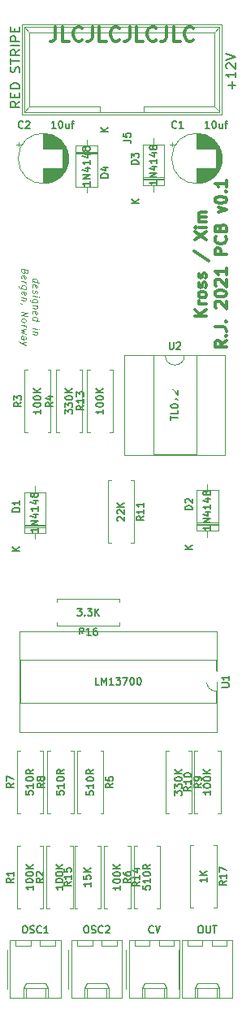
<source format=gbr>
%TF.GenerationSoftware,KiCad,Pcbnew,(5.1.12-1-10_14)*%
%TF.CreationDate,2021-12-12T17:33:21+01:00*%
%TF.ProjectId,kross,6b726f73-732e-46b6-9963-61645f706362,rev?*%
%TF.SameCoordinates,Original*%
%TF.FileFunction,Legend,Top*%
%TF.FilePolarity,Positive*%
%FSLAX46Y46*%
G04 Gerber Fmt 4.6, Leading zero omitted, Abs format (unit mm)*
G04 Created by KiCad (PCBNEW (5.1.12-1-10_14)) date 2021-12-12 17:33:21*
%MOMM*%
%LPD*%
G01*
G04 APERTURE LIST*
%ADD10C,0.300000*%
%ADD11C,0.125000*%
%ADD12C,0.120000*%
%ADD13C,0.150000*%
%ADD14O,1.600000X2.400000*%
%ADD15R,1.600000X2.400000*%
%ADD16O,2.400000X1.600000*%
%ADD17R,2.400000X1.600000*%
%ADD18R,1.600000X1.600000*%
%ADD19O,1.600000X1.600000*%
%ADD20O,1.740000X2.200000*%
%ADD21C,3.200000*%
%ADD22C,3.240000*%
%ADD23C,1.800000*%
%ADD24R,1.800000X1.800000*%
%ADD25C,1.600000*%
%ADD26R,1.727200X1.727200*%
%ADD27O,1.727200X1.727200*%
G04 APERTURE END LIST*
D10*
X73171428Y-34778571D02*
X73171428Y-35850000D01*
X73100000Y-36064285D01*
X72957142Y-36207142D01*
X72742857Y-36278571D01*
X72600000Y-36278571D01*
X74600000Y-36278571D02*
X73885714Y-36278571D01*
X73885714Y-34778571D01*
X75957142Y-36135714D02*
X75885714Y-36207142D01*
X75671428Y-36278571D01*
X75528571Y-36278571D01*
X75314285Y-36207142D01*
X75171428Y-36064285D01*
X75100000Y-35921428D01*
X75028571Y-35635714D01*
X75028571Y-35421428D01*
X75100000Y-35135714D01*
X75171428Y-34992857D01*
X75314285Y-34850000D01*
X75528571Y-34778571D01*
X75671428Y-34778571D01*
X75885714Y-34850000D01*
X75957142Y-34921428D01*
X77028571Y-34778571D02*
X77028571Y-35850000D01*
X76957142Y-36064285D01*
X76814285Y-36207142D01*
X76600000Y-36278571D01*
X76457142Y-36278571D01*
X78457142Y-36278571D02*
X77742857Y-36278571D01*
X77742857Y-34778571D01*
X79814285Y-36135714D02*
X79742857Y-36207142D01*
X79528571Y-36278571D01*
X79385714Y-36278571D01*
X79171428Y-36207142D01*
X79028571Y-36064285D01*
X78957142Y-35921428D01*
X78885714Y-35635714D01*
X78885714Y-35421428D01*
X78957142Y-35135714D01*
X79028571Y-34992857D01*
X79171428Y-34850000D01*
X79385714Y-34778571D01*
X79528571Y-34778571D01*
X79742857Y-34850000D01*
X79814285Y-34921428D01*
X80885714Y-34778571D02*
X80885714Y-35850000D01*
X80814285Y-36064285D01*
X80671428Y-36207142D01*
X80457142Y-36278571D01*
X80314285Y-36278571D01*
X82314285Y-36278571D02*
X81600000Y-36278571D01*
X81600000Y-34778571D01*
X83671428Y-36135714D02*
X83600000Y-36207142D01*
X83385714Y-36278571D01*
X83242857Y-36278571D01*
X83028571Y-36207142D01*
X82885714Y-36064285D01*
X82814285Y-35921428D01*
X82742857Y-35635714D01*
X82742857Y-35421428D01*
X82814285Y-35135714D01*
X82885714Y-34992857D01*
X83028571Y-34850000D01*
X83242857Y-34778571D01*
X83385714Y-34778571D01*
X83600000Y-34850000D01*
X83671428Y-34921428D01*
X84742857Y-34778571D02*
X84742857Y-35850000D01*
X84671428Y-36064285D01*
X84528571Y-36207142D01*
X84314285Y-36278571D01*
X84171428Y-36278571D01*
X86171428Y-36278571D02*
X85457142Y-36278571D01*
X85457142Y-34778571D01*
X87528571Y-36135714D02*
X87457142Y-36207142D01*
X87242857Y-36278571D01*
X87100000Y-36278571D01*
X86885714Y-36207142D01*
X86742857Y-36064285D01*
X86671428Y-35921428D01*
X86600000Y-35635714D01*
X86600000Y-35421428D01*
X86671428Y-35135714D01*
X86742857Y-34992857D01*
X86885714Y-34850000D01*
X87100000Y-34778571D01*
X87242857Y-34778571D01*
X87457142Y-34850000D01*
X87528571Y-34921428D01*
D11*
X70770833Y-61328385D02*
X71470833Y-61415885D01*
X70804166Y-61332552D02*
X70770833Y-61261718D01*
X70770833Y-61128385D01*
X70804166Y-61065885D01*
X70837500Y-61036718D01*
X70904166Y-61011718D01*
X71104166Y-61036718D01*
X71170833Y-61078385D01*
X71204166Y-61115885D01*
X71237500Y-61186718D01*
X71237500Y-61320052D01*
X71204166Y-61382552D01*
X70804166Y-61932552D02*
X70770833Y-61861718D01*
X70770833Y-61728385D01*
X70804166Y-61665885D01*
X70870833Y-61640885D01*
X71137500Y-61674218D01*
X71204166Y-61715885D01*
X71237500Y-61786718D01*
X71237500Y-61920052D01*
X71204166Y-61982552D01*
X71137500Y-62007552D01*
X71070833Y-61999218D01*
X71004166Y-61657552D01*
X70804166Y-62232552D02*
X70770833Y-62295052D01*
X70770833Y-62428385D01*
X70804166Y-62499218D01*
X70870833Y-62540885D01*
X70904166Y-62545052D01*
X70970833Y-62520052D01*
X71004166Y-62457552D01*
X71004166Y-62357552D01*
X71037500Y-62295052D01*
X71104166Y-62270052D01*
X71137500Y-62274218D01*
X71204166Y-62315885D01*
X71237500Y-62386718D01*
X71237500Y-62486718D01*
X71204166Y-62549218D01*
X70770833Y-62828385D02*
X71237500Y-62886718D01*
X71470833Y-62915885D02*
X71437500Y-62878385D01*
X71404166Y-62907552D01*
X71437500Y-62945052D01*
X71470833Y-62915885D01*
X71404166Y-62907552D01*
X71237500Y-63520052D02*
X70670833Y-63449218D01*
X70604166Y-63407552D01*
X70570833Y-63370052D01*
X70537500Y-63299218D01*
X70537500Y-63199218D01*
X70570833Y-63136718D01*
X70804166Y-63465885D02*
X70770833Y-63395052D01*
X70770833Y-63261718D01*
X70804166Y-63199218D01*
X70837500Y-63170052D01*
X70904166Y-63145052D01*
X71104166Y-63170052D01*
X71170833Y-63211718D01*
X71204166Y-63249218D01*
X71237500Y-63320052D01*
X71237500Y-63453385D01*
X71204166Y-63515885D01*
X71237500Y-63853385D02*
X70770833Y-63795052D01*
X71170833Y-63845052D02*
X71204166Y-63882552D01*
X71237500Y-63953385D01*
X71237500Y-64053385D01*
X71204166Y-64115885D01*
X71137500Y-64140885D01*
X70770833Y-64095052D01*
X70804166Y-64699218D02*
X70770833Y-64628385D01*
X70770833Y-64495052D01*
X70804166Y-64432552D01*
X70870833Y-64407552D01*
X71137500Y-64440885D01*
X71204166Y-64482552D01*
X71237500Y-64553385D01*
X71237500Y-64686718D01*
X71204166Y-64749218D01*
X71137500Y-64774218D01*
X71070833Y-64765885D01*
X71004166Y-64424218D01*
X70770833Y-65328385D02*
X71470833Y-65415885D01*
X70804166Y-65332552D02*
X70770833Y-65261718D01*
X70770833Y-65128385D01*
X70804166Y-65065885D01*
X70837500Y-65036718D01*
X70904166Y-65011718D01*
X71104166Y-65036718D01*
X71170833Y-65078385D01*
X71204166Y-65115885D01*
X71237500Y-65186718D01*
X71237500Y-65320052D01*
X71204166Y-65382552D01*
X70770833Y-66195052D02*
X71237500Y-66253385D01*
X71470833Y-66282552D02*
X71437500Y-66245052D01*
X71404166Y-66274218D01*
X71437500Y-66311718D01*
X71470833Y-66282552D01*
X71404166Y-66274218D01*
X71237500Y-66586718D02*
X70770833Y-66528385D01*
X71170833Y-66578385D02*
X71204166Y-66615885D01*
X71237500Y-66686718D01*
X71237500Y-66786718D01*
X71204166Y-66849218D01*
X71137500Y-66874218D01*
X70770833Y-66828385D01*
X69962500Y-60290885D02*
X69929166Y-60386718D01*
X69895833Y-60415885D01*
X69829166Y-60440885D01*
X69729166Y-60428385D01*
X69662500Y-60386718D01*
X69629166Y-60349218D01*
X69595833Y-60278385D01*
X69595833Y-60011718D01*
X70295833Y-60099218D01*
X70295833Y-60332552D01*
X70262500Y-60395052D01*
X70229166Y-60424218D01*
X70162500Y-60449218D01*
X70095833Y-60440885D01*
X70029166Y-60399218D01*
X69995833Y-60361718D01*
X69962500Y-60290885D01*
X69962500Y-60057552D01*
X69629166Y-60982552D02*
X69595833Y-60911718D01*
X69595833Y-60778385D01*
X69629166Y-60715885D01*
X69695833Y-60690885D01*
X69962500Y-60724218D01*
X70029166Y-60765885D01*
X70062500Y-60836718D01*
X70062500Y-60970052D01*
X70029166Y-61032552D01*
X69962500Y-61057552D01*
X69895833Y-61049218D01*
X69829166Y-60707552D01*
X69595833Y-61311718D02*
X70062500Y-61370052D01*
X69929166Y-61353385D02*
X69995833Y-61395052D01*
X70029166Y-61432552D01*
X70062500Y-61503385D01*
X70062500Y-61570052D01*
X70062500Y-62103385D02*
X69495833Y-62032552D01*
X69429166Y-61990885D01*
X69395833Y-61953385D01*
X69362500Y-61882552D01*
X69362500Y-61782552D01*
X69395833Y-61720052D01*
X69629166Y-62049218D02*
X69595833Y-61978385D01*
X69595833Y-61845052D01*
X69629166Y-61782552D01*
X69662500Y-61753385D01*
X69729166Y-61728385D01*
X69929166Y-61753385D01*
X69995833Y-61795052D01*
X70029166Y-61832552D01*
X70062500Y-61903385D01*
X70062500Y-62036718D01*
X70029166Y-62099218D01*
X69629166Y-62649218D02*
X69595833Y-62578385D01*
X69595833Y-62445052D01*
X69629166Y-62382552D01*
X69695833Y-62357552D01*
X69962500Y-62390885D01*
X70029166Y-62432552D01*
X70062500Y-62503385D01*
X70062500Y-62636718D01*
X70029166Y-62699218D01*
X69962500Y-62724218D01*
X69895833Y-62715885D01*
X69829166Y-62374218D01*
X70062500Y-63036718D02*
X69595833Y-62978385D01*
X69995833Y-63028385D02*
X70029166Y-63065885D01*
X70062500Y-63136718D01*
X70062500Y-63236718D01*
X70029166Y-63299218D01*
X69962500Y-63324218D01*
X69595833Y-63278385D01*
X69629166Y-63649218D02*
X69595833Y-63645052D01*
X69529166Y-63603385D01*
X69495833Y-63565885D01*
X69595833Y-64478385D02*
X70295833Y-64565885D01*
X69595833Y-64878385D01*
X70295833Y-64965885D01*
X69595833Y-65311718D02*
X69629166Y-65249218D01*
X69662500Y-65220052D01*
X69729166Y-65195052D01*
X69929166Y-65220052D01*
X69995833Y-65261718D01*
X70029166Y-65299218D01*
X70062500Y-65370052D01*
X70062500Y-65470052D01*
X70029166Y-65532552D01*
X69995833Y-65561718D01*
X69929166Y-65586718D01*
X69729166Y-65561718D01*
X69662500Y-65520052D01*
X69629166Y-65482552D01*
X69595833Y-65411718D01*
X69595833Y-65311718D01*
X69595833Y-65845052D02*
X70062500Y-65903385D01*
X69929166Y-65886718D02*
X69995833Y-65928385D01*
X70029166Y-65965885D01*
X70062500Y-66036718D01*
X70062500Y-66103385D01*
X70062500Y-66270052D02*
X69595833Y-66345052D01*
X69929166Y-66520052D01*
X69595833Y-66611718D01*
X70062500Y-66803385D01*
X69595833Y-67311718D02*
X69962500Y-67357552D01*
X70029166Y-67332552D01*
X70062500Y-67270052D01*
X70062500Y-67136718D01*
X70029166Y-67065885D01*
X69629166Y-67315885D02*
X69595833Y-67245052D01*
X69595833Y-67078385D01*
X69629166Y-67015885D01*
X69695833Y-66990885D01*
X69762500Y-66999218D01*
X69829166Y-67040885D01*
X69862500Y-67111718D01*
X69862500Y-67278385D01*
X69895833Y-67349218D01*
X70062500Y-67636718D02*
X69595833Y-67745052D01*
X70062500Y-67970052D02*
X69595833Y-67745052D01*
X69429166Y-67657552D01*
X69395833Y-67620052D01*
X69362500Y-67549218D01*
D10*
X88892857Y-64900000D02*
X87692857Y-64900000D01*
X88892857Y-64214285D02*
X88207142Y-64728571D01*
X87692857Y-64214285D02*
X88378571Y-64900000D01*
X88892857Y-63700000D02*
X88092857Y-63700000D01*
X88321428Y-63700000D02*
X88207142Y-63642857D01*
X88150000Y-63585714D01*
X88092857Y-63471428D01*
X88092857Y-63357142D01*
X88892857Y-62785714D02*
X88835714Y-62900000D01*
X88778571Y-62957142D01*
X88664285Y-63014285D01*
X88321428Y-63014285D01*
X88207142Y-62957142D01*
X88150000Y-62900000D01*
X88092857Y-62785714D01*
X88092857Y-62614285D01*
X88150000Y-62500000D01*
X88207142Y-62442857D01*
X88321428Y-62385714D01*
X88664285Y-62385714D01*
X88778571Y-62442857D01*
X88835714Y-62500000D01*
X88892857Y-62614285D01*
X88892857Y-62785714D01*
X88835714Y-61928571D02*
X88892857Y-61814285D01*
X88892857Y-61585714D01*
X88835714Y-61471428D01*
X88721428Y-61414285D01*
X88664285Y-61414285D01*
X88550000Y-61471428D01*
X88492857Y-61585714D01*
X88492857Y-61757142D01*
X88435714Y-61871428D01*
X88321428Y-61928571D01*
X88264285Y-61928571D01*
X88150000Y-61871428D01*
X88092857Y-61757142D01*
X88092857Y-61585714D01*
X88150000Y-61471428D01*
X88835714Y-60957142D02*
X88892857Y-60842857D01*
X88892857Y-60614285D01*
X88835714Y-60500000D01*
X88721428Y-60442857D01*
X88664285Y-60442857D01*
X88550000Y-60500000D01*
X88492857Y-60614285D01*
X88492857Y-60785714D01*
X88435714Y-60900000D01*
X88321428Y-60957142D01*
X88264285Y-60957142D01*
X88150000Y-60900000D01*
X88092857Y-60785714D01*
X88092857Y-60614285D01*
X88150000Y-60500000D01*
X87635714Y-58157142D02*
X89178571Y-59185714D01*
X87692857Y-56957142D02*
X88892857Y-56157142D01*
X87692857Y-56157142D02*
X88892857Y-56957142D01*
X88892857Y-55700000D02*
X88092857Y-55700000D01*
X87692857Y-55700000D02*
X87750000Y-55757142D01*
X87807142Y-55700000D01*
X87750000Y-55642857D01*
X87692857Y-55700000D01*
X87807142Y-55700000D01*
X88892857Y-55128571D02*
X88092857Y-55128571D01*
X88207142Y-55128571D02*
X88150000Y-55071428D01*
X88092857Y-54957142D01*
X88092857Y-54785714D01*
X88150000Y-54671428D01*
X88264285Y-54614285D01*
X88892857Y-54614285D01*
X88264285Y-54614285D02*
X88150000Y-54557142D01*
X88092857Y-54442857D01*
X88092857Y-54271428D01*
X88150000Y-54157142D01*
X88264285Y-54100000D01*
X88892857Y-54100000D01*
X90992857Y-67500000D02*
X90421428Y-67900000D01*
X90992857Y-68185714D02*
X89792857Y-68185714D01*
X89792857Y-67728571D01*
X89850000Y-67614285D01*
X89907142Y-67557142D01*
X90021428Y-67500000D01*
X90192857Y-67500000D01*
X90307142Y-67557142D01*
X90364285Y-67614285D01*
X90421428Y-67728571D01*
X90421428Y-68185714D01*
X90878571Y-66985714D02*
X90935714Y-66928571D01*
X90992857Y-66985714D01*
X90935714Y-67042857D01*
X90878571Y-66985714D01*
X90992857Y-66985714D01*
X89792857Y-66071428D02*
X90650000Y-66071428D01*
X90821428Y-66128571D01*
X90935714Y-66242857D01*
X90992857Y-66414285D01*
X90992857Y-66528571D01*
X90878571Y-65500000D02*
X90935714Y-65442857D01*
X90992857Y-65500000D01*
X90935714Y-65557142D01*
X90878571Y-65500000D01*
X90992857Y-65500000D01*
X89907142Y-64071428D02*
X89850000Y-64014285D01*
X89792857Y-63900000D01*
X89792857Y-63614285D01*
X89850000Y-63500000D01*
X89907142Y-63442857D01*
X90021428Y-63385714D01*
X90135714Y-63385714D01*
X90307142Y-63442857D01*
X90992857Y-64128571D01*
X90992857Y-63385714D01*
X89792857Y-62642857D02*
X89792857Y-62528571D01*
X89850000Y-62414285D01*
X89907142Y-62357142D01*
X90021428Y-62300000D01*
X90250000Y-62242857D01*
X90535714Y-62242857D01*
X90764285Y-62300000D01*
X90878571Y-62357142D01*
X90935714Y-62414285D01*
X90992857Y-62528571D01*
X90992857Y-62642857D01*
X90935714Y-62757142D01*
X90878571Y-62814285D01*
X90764285Y-62871428D01*
X90535714Y-62928571D01*
X90250000Y-62928571D01*
X90021428Y-62871428D01*
X89907142Y-62814285D01*
X89850000Y-62757142D01*
X89792857Y-62642857D01*
X89907142Y-61785714D02*
X89850000Y-61728571D01*
X89792857Y-61614285D01*
X89792857Y-61328571D01*
X89850000Y-61214285D01*
X89907142Y-61157142D01*
X90021428Y-61100000D01*
X90135714Y-61100000D01*
X90307142Y-61157142D01*
X90992857Y-61842857D01*
X90992857Y-61100000D01*
X90992857Y-59957142D02*
X90992857Y-60642857D01*
X90992857Y-60300000D02*
X89792857Y-60300000D01*
X89964285Y-60414285D01*
X90078571Y-60528571D01*
X90135714Y-60642857D01*
X90992857Y-58528571D02*
X89792857Y-58528571D01*
X89792857Y-58071428D01*
X89850000Y-57957142D01*
X89907142Y-57900000D01*
X90021428Y-57842857D01*
X90192857Y-57842857D01*
X90307142Y-57900000D01*
X90364285Y-57957142D01*
X90421428Y-58071428D01*
X90421428Y-58528571D01*
X90878571Y-56642857D02*
X90935714Y-56700000D01*
X90992857Y-56871428D01*
X90992857Y-56985714D01*
X90935714Y-57157142D01*
X90821428Y-57271428D01*
X90707142Y-57328571D01*
X90478571Y-57385714D01*
X90307142Y-57385714D01*
X90078571Y-57328571D01*
X89964285Y-57271428D01*
X89850000Y-57157142D01*
X89792857Y-56985714D01*
X89792857Y-56871428D01*
X89850000Y-56700000D01*
X89907142Y-56642857D01*
X90364285Y-55728571D02*
X90421428Y-55557142D01*
X90478571Y-55500000D01*
X90592857Y-55442857D01*
X90764285Y-55442857D01*
X90878571Y-55500000D01*
X90935714Y-55557142D01*
X90992857Y-55671428D01*
X90992857Y-56128571D01*
X89792857Y-56128571D01*
X89792857Y-55728571D01*
X89850000Y-55614285D01*
X89907142Y-55557142D01*
X90021428Y-55500000D01*
X90135714Y-55500000D01*
X90250000Y-55557142D01*
X90307142Y-55614285D01*
X90364285Y-55728571D01*
X90364285Y-56128571D01*
X90192857Y-54128571D02*
X90992857Y-53842857D01*
X90192857Y-53557142D01*
X89792857Y-52871428D02*
X89792857Y-52757142D01*
X89850000Y-52642857D01*
X89907142Y-52585714D01*
X90021428Y-52528571D01*
X90250000Y-52471428D01*
X90535714Y-52471428D01*
X90764285Y-52528571D01*
X90878571Y-52585714D01*
X90935714Y-52642857D01*
X90992857Y-52757142D01*
X90992857Y-52871428D01*
X90935714Y-52985714D01*
X90878571Y-53042857D01*
X90764285Y-53100000D01*
X90535714Y-53157142D01*
X90250000Y-53157142D01*
X90021428Y-53100000D01*
X89907142Y-53042857D01*
X89850000Y-52985714D01*
X89792857Y-52871428D01*
X90878571Y-51957142D02*
X90935714Y-51900000D01*
X90992857Y-51957142D01*
X90935714Y-52014285D01*
X90878571Y-51957142D01*
X90992857Y-51957142D01*
X90992857Y-50757142D02*
X90992857Y-51442857D01*
X90992857Y-51100000D02*
X89792857Y-51100000D01*
X89964285Y-51214285D01*
X90078571Y-51328571D01*
X90135714Y-51442857D01*
D12*
%TO.C,U1*%
X89990000Y-108260000D02*
X89990000Y-97760000D01*
X69430000Y-108260000D02*
X89990000Y-108260000D01*
X69430000Y-97760000D02*
X69430000Y-108260000D01*
X89990000Y-97760000D02*
X69430000Y-97760000D01*
X89930000Y-105260000D02*
X89930000Y-104010000D01*
X69490000Y-105260000D02*
X89930000Y-105260000D01*
X69490000Y-100760000D02*
X69490000Y-105260000D01*
X89930000Y-100760000D02*
X69490000Y-100760000D01*
X89930000Y-102010000D02*
X89930000Y-100760000D01*
X89930000Y-104010000D02*
G75*
G02*
X89930000Y-102010000I0J1000000D01*
G01*
%TO.C,U2*%
X84610000Y-69030000D02*
X83360000Y-69030000D01*
X83360000Y-69030000D02*
X83360000Y-79310000D01*
X83360000Y-79310000D02*
X87860000Y-79310000D01*
X87860000Y-79310000D02*
X87860000Y-69030000D01*
X87860000Y-69030000D02*
X86610000Y-69030000D01*
X80360000Y-68970000D02*
X80360000Y-79370000D01*
X80360000Y-79370000D02*
X90860000Y-79370000D01*
X90860000Y-79370000D02*
X90860000Y-68970000D01*
X90860000Y-68970000D02*
X80360000Y-68970000D01*
X86610000Y-69030000D02*
G75*
G02*
X84610000Y-69030000I-1000000J0D01*
G01*
%TO.C,D4*%
X77520000Y-47790000D02*
X75280000Y-47790000D01*
X77520000Y-48030000D02*
X75280000Y-48030000D01*
X77520000Y-47910000D02*
X75280000Y-47910000D01*
X76400000Y-52080000D02*
X76400000Y-51430000D01*
X76400000Y-46540000D02*
X76400000Y-47190000D01*
X77520000Y-51430000D02*
X77520000Y-47190000D01*
X75280000Y-51430000D02*
X77520000Y-51430000D01*
X75280000Y-47190000D02*
X75280000Y-51430000D01*
X77520000Y-47190000D02*
X75280000Y-47190000D01*
%TO.C,D3*%
X82280000Y-51310000D02*
X84520000Y-51310000D01*
X84520000Y-51310000D02*
X84520000Y-47070000D01*
X84520000Y-47070000D02*
X82280000Y-47070000D01*
X82280000Y-47070000D02*
X82280000Y-51310000D01*
X83400000Y-51960000D02*
X83400000Y-51310000D01*
X83400000Y-46420000D02*
X83400000Y-47070000D01*
X82280000Y-50590000D02*
X84520000Y-50590000D01*
X82280000Y-50470000D02*
X84520000Y-50470000D01*
X82280000Y-50710000D02*
X84520000Y-50710000D01*
%TO.C,OUT*%
X91040000Y-130570000D02*
X91040000Y-129970000D01*
X89440000Y-130570000D02*
X91040000Y-130570000D01*
X89440000Y-129970000D02*
X89440000Y-130570000D01*
X88500000Y-130570000D02*
X88500000Y-129970000D01*
X86900000Y-130570000D02*
X88500000Y-130570000D01*
X86900000Y-129970000D02*
X86900000Y-130570000D01*
X89990000Y-135990000D02*
X89990000Y-134990000D01*
X87950000Y-135990000D02*
X87950000Y-134990000D01*
X89990000Y-134460000D02*
X90240000Y-134990000D01*
X87950000Y-134460000D02*
X89990000Y-134460000D01*
X87700000Y-134990000D02*
X87950000Y-134460000D01*
X90240000Y-134990000D02*
X90240000Y-135990000D01*
X87700000Y-134990000D02*
X90240000Y-134990000D01*
X87700000Y-135990000D02*
X87700000Y-134990000D01*
X86030000Y-131000000D02*
X86030000Y-135000000D01*
X91620000Y-129970000D02*
X86320000Y-129970000D01*
X91620000Y-135990000D02*
X91620000Y-129970000D01*
X86320000Y-135990000D02*
X91620000Y-135990000D01*
X86320000Y-129970000D02*
X86320000Y-135990000D01*
%TO.C,OSC2*%
X74820000Y-129970000D02*
X74820000Y-135990000D01*
X74820000Y-135990000D02*
X80120000Y-135990000D01*
X80120000Y-135990000D02*
X80120000Y-129970000D01*
X80120000Y-129970000D02*
X74820000Y-129970000D01*
X74530000Y-131000000D02*
X74530000Y-135000000D01*
X76200000Y-135990000D02*
X76200000Y-134990000D01*
X76200000Y-134990000D02*
X78740000Y-134990000D01*
X78740000Y-134990000D02*
X78740000Y-135990000D01*
X76200000Y-134990000D02*
X76450000Y-134460000D01*
X76450000Y-134460000D02*
X78490000Y-134460000D01*
X78490000Y-134460000D02*
X78740000Y-134990000D01*
X76450000Y-135990000D02*
X76450000Y-134990000D01*
X78490000Y-135990000D02*
X78490000Y-134990000D01*
X75400000Y-129970000D02*
X75400000Y-130570000D01*
X75400000Y-130570000D02*
X77000000Y-130570000D01*
X77000000Y-130570000D02*
X77000000Y-129970000D01*
X77940000Y-129970000D02*
X77940000Y-130570000D01*
X77940000Y-130570000D02*
X79540000Y-130570000D01*
X79540000Y-130570000D02*
X79540000Y-129970000D01*
%TO.C,OSC1*%
X73140000Y-130570000D02*
X73140000Y-129970000D01*
X71540000Y-130570000D02*
X73140000Y-130570000D01*
X71540000Y-129970000D02*
X71540000Y-130570000D01*
X70600000Y-130570000D02*
X70600000Y-129970000D01*
X69000000Y-130570000D02*
X70600000Y-130570000D01*
X69000000Y-129970000D02*
X69000000Y-130570000D01*
X72090000Y-135990000D02*
X72090000Y-134990000D01*
X70050000Y-135990000D02*
X70050000Y-134990000D01*
X72090000Y-134460000D02*
X72340000Y-134990000D01*
X70050000Y-134460000D02*
X72090000Y-134460000D01*
X69800000Y-134990000D02*
X70050000Y-134460000D01*
X72340000Y-134990000D02*
X72340000Y-135990000D01*
X69800000Y-134990000D02*
X72340000Y-134990000D01*
X69800000Y-135990000D02*
X69800000Y-134990000D01*
X68130000Y-131000000D02*
X68130000Y-135000000D01*
X73720000Y-129970000D02*
X68420000Y-129970000D01*
X73720000Y-135990000D02*
X73720000Y-129970000D01*
X68420000Y-135990000D02*
X73720000Y-135990000D01*
X68420000Y-129970000D02*
X68420000Y-135990000D01*
%TO.C,CV*%
X80820000Y-129970000D02*
X80820000Y-135990000D01*
X80820000Y-135990000D02*
X86120000Y-135990000D01*
X86120000Y-135990000D02*
X86120000Y-129970000D01*
X86120000Y-129970000D02*
X80820000Y-129970000D01*
X80530000Y-131000000D02*
X80530000Y-135000000D01*
X82200000Y-135990000D02*
X82200000Y-134990000D01*
X82200000Y-134990000D02*
X84740000Y-134990000D01*
X84740000Y-134990000D02*
X84740000Y-135990000D01*
X82200000Y-134990000D02*
X82450000Y-134460000D01*
X82450000Y-134460000D02*
X84490000Y-134460000D01*
X84490000Y-134460000D02*
X84740000Y-134990000D01*
X82450000Y-135990000D02*
X82450000Y-134990000D01*
X84490000Y-135990000D02*
X84490000Y-134990000D01*
X81400000Y-129970000D02*
X81400000Y-130570000D01*
X81400000Y-130570000D02*
X83000000Y-130570000D01*
X83000000Y-130570000D02*
X83000000Y-129970000D01*
X83940000Y-129970000D02*
X83940000Y-130570000D01*
X83940000Y-130570000D02*
X85540000Y-130570000D01*
X85540000Y-130570000D02*
X85540000Y-129970000D01*
%TO.C,D2*%
X87880000Y-86710000D02*
X90120000Y-86710000D01*
X87880000Y-86470000D02*
X90120000Y-86470000D01*
X87880000Y-86590000D02*
X90120000Y-86590000D01*
X89000000Y-82420000D02*
X89000000Y-83070000D01*
X89000000Y-87960000D02*
X89000000Y-87310000D01*
X87880000Y-83070000D02*
X87880000Y-87310000D01*
X90120000Y-83070000D02*
X87880000Y-83070000D01*
X90120000Y-87310000D02*
X90120000Y-83070000D01*
X87880000Y-87310000D02*
X90120000Y-87310000D01*
%TO.C,D1*%
X69880000Y-87510000D02*
X72120000Y-87510000D01*
X72120000Y-87510000D02*
X72120000Y-83270000D01*
X72120000Y-83270000D02*
X69880000Y-83270000D01*
X69880000Y-83270000D02*
X69880000Y-87510000D01*
X71000000Y-88160000D02*
X71000000Y-87510000D01*
X71000000Y-82620000D02*
X71000000Y-83270000D01*
X69880000Y-86790000D02*
X72120000Y-86790000D01*
X69880000Y-86670000D02*
X72120000Y-86670000D01*
X69880000Y-86910000D02*
X72120000Y-86910000D01*
%TO.C,C2*%
X74520000Y-48500000D02*
G75*
G03*
X74520000Y-48500000I-2620000J0D01*
G01*
X71900000Y-49540000D02*
X71900000Y-51080000D01*
X71900000Y-45920000D02*
X71900000Y-47460000D01*
X71940000Y-49540000D02*
X71940000Y-51080000D01*
X71940000Y-45920000D02*
X71940000Y-47460000D01*
X71980000Y-45921000D02*
X71980000Y-47460000D01*
X71980000Y-49540000D02*
X71980000Y-51079000D01*
X72020000Y-45922000D02*
X72020000Y-47460000D01*
X72020000Y-49540000D02*
X72020000Y-51078000D01*
X72060000Y-45924000D02*
X72060000Y-47460000D01*
X72060000Y-49540000D02*
X72060000Y-51076000D01*
X72100000Y-45927000D02*
X72100000Y-47460000D01*
X72100000Y-49540000D02*
X72100000Y-51073000D01*
X72140000Y-45931000D02*
X72140000Y-47460000D01*
X72140000Y-49540000D02*
X72140000Y-51069000D01*
X72180000Y-45935000D02*
X72180000Y-47460000D01*
X72180000Y-49540000D02*
X72180000Y-51065000D01*
X72220000Y-45939000D02*
X72220000Y-47460000D01*
X72220000Y-49540000D02*
X72220000Y-51061000D01*
X72260000Y-45944000D02*
X72260000Y-47460000D01*
X72260000Y-49540000D02*
X72260000Y-51056000D01*
X72300000Y-45950000D02*
X72300000Y-47460000D01*
X72300000Y-49540000D02*
X72300000Y-51050000D01*
X72340000Y-45957000D02*
X72340000Y-47460000D01*
X72340000Y-49540000D02*
X72340000Y-51043000D01*
X72380000Y-45964000D02*
X72380000Y-47460000D01*
X72380000Y-49540000D02*
X72380000Y-51036000D01*
X72420000Y-45972000D02*
X72420000Y-47460000D01*
X72420000Y-49540000D02*
X72420000Y-51028000D01*
X72460000Y-45980000D02*
X72460000Y-47460000D01*
X72460000Y-49540000D02*
X72460000Y-51020000D01*
X72500000Y-45989000D02*
X72500000Y-47460000D01*
X72500000Y-49540000D02*
X72500000Y-51011000D01*
X72540000Y-45999000D02*
X72540000Y-47460000D01*
X72540000Y-49540000D02*
X72540000Y-51001000D01*
X72580000Y-46009000D02*
X72580000Y-47460000D01*
X72580000Y-49540000D02*
X72580000Y-50991000D01*
X72621000Y-46020000D02*
X72621000Y-47460000D01*
X72621000Y-49540000D02*
X72621000Y-50980000D01*
X72661000Y-46032000D02*
X72661000Y-47460000D01*
X72661000Y-49540000D02*
X72661000Y-50968000D01*
X72701000Y-46045000D02*
X72701000Y-47460000D01*
X72701000Y-49540000D02*
X72701000Y-50955000D01*
X72741000Y-46058000D02*
X72741000Y-47460000D01*
X72741000Y-49540000D02*
X72741000Y-50942000D01*
X72781000Y-46072000D02*
X72781000Y-47460000D01*
X72781000Y-49540000D02*
X72781000Y-50928000D01*
X72821000Y-46086000D02*
X72821000Y-47460000D01*
X72821000Y-49540000D02*
X72821000Y-50914000D01*
X72861000Y-46102000D02*
X72861000Y-47460000D01*
X72861000Y-49540000D02*
X72861000Y-50898000D01*
X72901000Y-46118000D02*
X72901000Y-47460000D01*
X72901000Y-49540000D02*
X72901000Y-50882000D01*
X72941000Y-46135000D02*
X72941000Y-47460000D01*
X72941000Y-49540000D02*
X72941000Y-50865000D01*
X72981000Y-46152000D02*
X72981000Y-47460000D01*
X72981000Y-49540000D02*
X72981000Y-50848000D01*
X73021000Y-46171000D02*
X73021000Y-47460000D01*
X73021000Y-49540000D02*
X73021000Y-50829000D01*
X73061000Y-46190000D02*
X73061000Y-47460000D01*
X73061000Y-49540000D02*
X73061000Y-50810000D01*
X73101000Y-46210000D02*
X73101000Y-47460000D01*
X73101000Y-49540000D02*
X73101000Y-50790000D01*
X73141000Y-46232000D02*
X73141000Y-47460000D01*
X73141000Y-49540000D02*
X73141000Y-50768000D01*
X73181000Y-46253000D02*
X73181000Y-47460000D01*
X73181000Y-49540000D02*
X73181000Y-50747000D01*
X73221000Y-46276000D02*
X73221000Y-47460000D01*
X73221000Y-49540000D02*
X73221000Y-50724000D01*
X73261000Y-46300000D02*
X73261000Y-47460000D01*
X73261000Y-49540000D02*
X73261000Y-50700000D01*
X73301000Y-46325000D02*
X73301000Y-47460000D01*
X73301000Y-49540000D02*
X73301000Y-50675000D01*
X73341000Y-46351000D02*
X73341000Y-47460000D01*
X73341000Y-49540000D02*
X73341000Y-50649000D01*
X73381000Y-46378000D02*
X73381000Y-47460000D01*
X73381000Y-49540000D02*
X73381000Y-50622000D01*
X73421000Y-46405000D02*
X73421000Y-47460000D01*
X73421000Y-49540000D02*
X73421000Y-50595000D01*
X73461000Y-46435000D02*
X73461000Y-47460000D01*
X73461000Y-49540000D02*
X73461000Y-50565000D01*
X73501000Y-46465000D02*
X73501000Y-47460000D01*
X73501000Y-49540000D02*
X73501000Y-50535000D01*
X73541000Y-46496000D02*
X73541000Y-47460000D01*
X73541000Y-49540000D02*
X73541000Y-50504000D01*
X73581000Y-46529000D02*
X73581000Y-47460000D01*
X73581000Y-49540000D02*
X73581000Y-50471000D01*
X73621000Y-46563000D02*
X73621000Y-47460000D01*
X73621000Y-49540000D02*
X73621000Y-50437000D01*
X73661000Y-46599000D02*
X73661000Y-47460000D01*
X73661000Y-49540000D02*
X73661000Y-50401000D01*
X73701000Y-46636000D02*
X73701000Y-47460000D01*
X73701000Y-49540000D02*
X73701000Y-50364000D01*
X73741000Y-46674000D02*
X73741000Y-47460000D01*
X73741000Y-49540000D02*
X73741000Y-50326000D01*
X73781000Y-46715000D02*
X73781000Y-47460000D01*
X73781000Y-49540000D02*
X73781000Y-50285000D01*
X73821000Y-46757000D02*
X73821000Y-47460000D01*
X73821000Y-49540000D02*
X73821000Y-50243000D01*
X73861000Y-46801000D02*
X73861000Y-47460000D01*
X73861000Y-49540000D02*
X73861000Y-50199000D01*
X73901000Y-46847000D02*
X73901000Y-47460000D01*
X73901000Y-49540000D02*
X73901000Y-50153000D01*
X73941000Y-46895000D02*
X73941000Y-50105000D01*
X73981000Y-46946000D02*
X73981000Y-50054000D01*
X74021000Y-47000000D02*
X74021000Y-50000000D01*
X74061000Y-47057000D02*
X74061000Y-49943000D01*
X74101000Y-47117000D02*
X74101000Y-49883000D01*
X74141000Y-47181000D02*
X74141000Y-49819000D01*
X74181000Y-47249000D02*
X74181000Y-49751000D01*
X74221000Y-47322000D02*
X74221000Y-49678000D01*
X74261000Y-47402000D02*
X74261000Y-49598000D01*
X74301000Y-47489000D02*
X74301000Y-49511000D01*
X74341000Y-47585000D02*
X74341000Y-49415000D01*
X74381000Y-47695000D02*
X74381000Y-49305000D01*
X74421000Y-47823000D02*
X74421000Y-49177000D01*
X74461000Y-47982000D02*
X74461000Y-49018000D01*
X74501000Y-48216000D02*
X74501000Y-48784000D01*
X69095225Y-47025000D02*
X69595225Y-47025000D01*
X69345225Y-46775000D02*
X69345225Y-47275000D01*
%TO.C,C1*%
X85345225Y-46775000D02*
X85345225Y-47275000D01*
X85095225Y-47025000D02*
X85595225Y-47025000D01*
X90501000Y-48216000D02*
X90501000Y-48784000D01*
X90461000Y-47982000D02*
X90461000Y-49018000D01*
X90421000Y-47823000D02*
X90421000Y-49177000D01*
X90381000Y-47695000D02*
X90381000Y-49305000D01*
X90341000Y-47585000D02*
X90341000Y-49415000D01*
X90301000Y-47489000D02*
X90301000Y-49511000D01*
X90261000Y-47402000D02*
X90261000Y-49598000D01*
X90221000Y-47322000D02*
X90221000Y-49678000D01*
X90181000Y-47249000D02*
X90181000Y-49751000D01*
X90141000Y-47181000D02*
X90141000Y-49819000D01*
X90101000Y-47117000D02*
X90101000Y-49883000D01*
X90061000Y-47057000D02*
X90061000Y-49943000D01*
X90021000Y-47000000D02*
X90021000Y-50000000D01*
X89981000Y-46946000D02*
X89981000Y-50054000D01*
X89941000Y-46895000D02*
X89941000Y-50105000D01*
X89901000Y-49540000D02*
X89901000Y-50153000D01*
X89901000Y-46847000D02*
X89901000Y-47460000D01*
X89861000Y-49540000D02*
X89861000Y-50199000D01*
X89861000Y-46801000D02*
X89861000Y-47460000D01*
X89821000Y-49540000D02*
X89821000Y-50243000D01*
X89821000Y-46757000D02*
X89821000Y-47460000D01*
X89781000Y-49540000D02*
X89781000Y-50285000D01*
X89781000Y-46715000D02*
X89781000Y-47460000D01*
X89741000Y-49540000D02*
X89741000Y-50326000D01*
X89741000Y-46674000D02*
X89741000Y-47460000D01*
X89701000Y-49540000D02*
X89701000Y-50364000D01*
X89701000Y-46636000D02*
X89701000Y-47460000D01*
X89661000Y-49540000D02*
X89661000Y-50401000D01*
X89661000Y-46599000D02*
X89661000Y-47460000D01*
X89621000Y-49540000D02*
X89621000Y-50437000D01*
X89621000Y-46563000D02*
X89621000Y-47460000D01*
X89581000Y-49540000D02*
X89581000Y-50471000D01*
X89581000Y-46529000D02*
X89581000Y-47460000D01*
X89541000Y-49540000D02*
X89541000Y-50504000D01*
X89541000Y-46496000D02*
X89541000Y-47460000D01*
X89501000Y-49540000D02*
X89501000Y-50535000D01*
X89501000Y-46465000D02*
X89501000Y-47460000D01*
X89461000Y-49540000D02*
X89461000Y-50565000D01*
X89461000Y-46435000D02*
X89461000Y-47460000D01*
X89421000Y-49540000D02*
X89421000Y-50595000D01*
X89421000Y-46405000D02*
X89421000Y-47460000D01*
X89381000Y-49540000D02*
X89381000Y-50622000D01*
X89381000Y-46378000D02*
X89381000Y-47460000D01*
X89341000Y-49540000D02*
X89341000Y-50649000D01*
X89341000Y-46351000D02*
X89341000Y-47460000D01*
X89301000Y-49540000D02*
X89301000Y-50675000D01*
X89301000Y-46325000D02*
X89301000Y-47460000D01*
X89261000Y-49540000D02*
X89261000Y-50700000D01*
X89261000Y-46300000D02*
X89261000Y-47460000D01*
X89221000Y-49540000D02*
X89221000Y-50724000D01*
X89221000Y-46276000D02*
X89221000Y-47460000D01*
X89181000Y-49540000D02*
X89181000Y-50747000D01*
X89181000Y-46253000D02*
X89181000Y-47460000D01*
X89141000Y-49540000D02*
X89141000Y-50768000D01*
X89141000Y-46232000D02*
X89141000Y-47460000D01*
X89101000Y-49540000D02*
X89101000Y-50790000D01*
X89101000Y-46210000D02*
X89101000Y-47460000D01*
X89061000Y-49540000D02*
X89061000Y-50810000D01*
X89061000Y-46190000D02*
X89061000Y-47460000D01*
X89021000Y-49540000D02*
X89021000Y-50829000D01*
X89021000Y-46171000D02*
X89021000Y-47460000D01*
X88981000Y-49540000D02*
X88981000Y-50848000D01*
X88981000Y-46152000D02*
X88981000Y-47460000D01*
X88941000Y-49540000D02*
X88941000Y-50865000D01*
X88941000Y-46135000D02*
X88941000Y-47460000D01*
X88901000Y-49540000D02*
X88901000Y-50882000D01*
X88901000Y-46118000D02*
X88901000Y-47460000D01*
X88861000Y-49540000D02*
X88861000Y-50898000D01*
X88861000Y-46102000D02*
X88861000Y-47460000D01*
X88821000Y-49540000D02*
X88821000Y-50914000D01*
X88821000Y-46086000D02*
X88821000Y-47460000D01*
X88781000Y-49540000D02*
X88781000Y-50928000D01*
X88781000Y-46072000D02*
X88781000Y-47460000D01*
X88741000Y-49540000D02*
X88741000Y-50942000D01*
X88741000Y-46058000D02*
X88741000Y-47460000D01*
X88701000Y-49540000D02*
X88701000Y-50955000D01*
X88701000Y-46045000D02*
X88701000Y-47460000D01*
X88661000Y-49540000D02*
X88661000Y-50968000D01*
X88661000Y-46032000D02*
X88661000Y-47460000D01*
X88621000Y-49540000D02*
X88621000Y-50980000D01*
X88621000Y-46020000D02*
X88621000Y-47460000D01*
X88580000Y-49540000D02*
X88580000Y-50991000D01*
X88580000Y-46009000D02*
X88580000Y-47460000D01*
X88540000Y-49540000D02*
X88540000Y-51001000D01*
X88540000Y-45999000D02*
X88540000Y-47460000D01*
X88500000Y-49540000D02*
X88500000Y-51011000D01*
X88500000Y-45989000D02*
X88500000Y-47460000D01*
X88460000Y-49540000D02*
X88460000Y-51020000D01*
X88460000Y-45980000D02*
X88460000Y-47460000D01*
X88420000Y-49540000D02*
X88420000Y-51028000D01*
X88420000Y-45972000D02*
X88420000Y-47460000D01*
X88380000Y-49540000D02*
X88380000Y-51036000D01*
X88380000Y-45964000D02*
X88380000Y-47460000D01*
X88340000Y-49540000D02*
X88340000Y-51043000D01*
X88340000Y-45957000D02*
X88340000Y-47460000D01*
X88300000Y-49540000D02*
X88300000Y-51050000D01*
X88300000Y-45950000D02*
X88300000Y-47460000D01*
X88260000Y-49540000D02*
X88260000Y-51056000D01*
X88260000Y-45944000D02*
X88260000Y-47460000D01*
X88220000Y-49540000D02*
X88220000Y-51061000D01*
X88220000Y-45939000D02*
X88220000Y-47460000D01*
X88180000Y-49540000D02*
X88180000Y-51065000D01*
X88180000Y-45935000D02*
X88180000Y-47460000D01*
X88140000Y-49540000D02*
X88140000Y-51069000D01*
X88140000Y-45931000D02*
X88140000Y-47460000D01*
X88100000Y-49540000D02*
X88100000Y-51073000D01*
X88100000Y-45927000D02*
X88100000Y-47460000D01*
X88060000Y-49540000D02*
X88060000Y-51076000D01*
X88060000Y-45924000D02*
X88060000Y-47460000D01*
X88020000Y-49540000D02*
X88020000Y-51078000D01*
X88020000Y-45922000D02*
X88020000Y-47460000D01*
X87980000Y-49540000D02*
X87980000Y-51079000D01*
X87980000Y-45921000D02*
X87980000Y-47460000D01*
X87940000Y-45920000D02*
X87940000Y-47460000D01*
X87940000Y-49540000D02*
X87940000Y-51080000D01*
X87900000Y-45920000D02*
X87900000Y-47460000D01*
X87900000Y-49540000D02*
X87900000Y-51080000D01*
X90520000Y-48500000D02*
G75*
G03*
X90520000Y-48500000I-2620000J0D01*
G01*
%TO.C,R1*%
X69460000Y-126660000D02*
X69130000Y-126660000D01*
X69130000Y-126660000D02*
X69130000Y-120120000D01*
X69130000Y-120120000D02*
X69460000Y-120120000D01*
X71540000Y-126660000D02*
X71870000Y-126660000D01*
X71870000Y-126660000D02*
X71870000Y-120120000D01*
X71870000Y-120120000D02*
X71540000Y-120120000D01*
%TO.C,R2*%
X74970000Y-120120000D02*
X74640000Y-120120000D01*
X74970000Y-126660000D02*
X74970000Y-120120000D01*
X74640000Y-126660000D02*
X74970000Y-126660000D01*
X72230000Y-120120000D02*
X72560000Y-120120000D01*
X72230000Y-126660000D02*
X72230000Y-120120000D01*
X72560000Y-126660000D02*
X72230000Y-126660000D01*
%TO.C,R3*%
X72670000Y-70520000D02*
X72340000Y-70520000D01*
X72670000Y-77060000D02*
X72670000Y-70520000D01*
X72340000Y-77060000D02*
X72670000Y-77060000D01*
X69930000Y-70520000D02*
X70260000Y-70520000D01*
X69930000Y-77060000D02*
X69930000Y-70520000D01*
X70260000Y-77060000D02*
X69930000Y-77060000D01*
%TO.C,R4*%
X73560000Y-77060000D02*
X73230000Y-77060000D01*
X73230000Y-77060000D02*
X73230000Y-70520000D01*
X73230000Y-70520000D02*
X73560000Y-70520000D01*
X75640000Y-77060000D02*
X75970000Y-77060000D01*
X75970000Y-77060000D02*
X75970000Y-70520000D01*
X75970000Y-70520000D02*
X75640000Y-70520000D01*
%TO.C,R5*%
X77840000Y-110240000D02*
X78170000Y-110240000D01*
X78170000Y-110240000D02*
X78170000Y-116780000D01*
X78170000Y-116780000D02*
X77840000Y-116780000D01*
X75760000Y-110240000D02*
X75430000Y-110240000D01*
X75430000Y-110240000D02*
X75430000Y-116780000D01*
X75430000Y-116780000D02*
X75760000Y-116780000D01*
%TO.C,R6*%
X84070000Y-120120000D02*
X83740000Y-120120000D01*
X84070000Y-126660000D02*
X84070000Y-120120000D01*
X83740000Y-126660000D02*
X84070000Y-126660000D01*
X81330000Y-120120000D02*
X81660000Y-120120000D01*
X81330000Y-126660000D02*
X81330000Y-120120000D01*
X81660000Y-126660000D02*
X81330000Y-126660000D01*
%TO.C,R7*%
X69460000Y-116760000D02*
X69130000Y-116760000D01*
X69130000Y-116760000D02*
X69130000Y-110220000D01*
X69130000Y-110220000D02*
X69460000Y-110220000D01*
X71540000Y-116760000D02*
X71870000Y-116760000D01*
X71870000Y-116760000D02*
X71870000Y-110220000D01*
X71870000Y-110220000D02*
X71540000Y-110220000D01*
%TO.C,R8*%
X75070000Y-110220000D02*
X74740000Y-110220000D01*
X75070000Y-116760000D02*
X75070000Y-110220000D01*
X74740000Y-116760000D02*
X75070000Y-116760000D01*
X72330000Y-110220000D02*
X72660000Y-110220000D01*
X72330000Y-116760000D02*
X72330000Y-110220000D01*
X72660000Y-116760000D02*
X72330000Y-116760000D01*
%TO.C,R9*%
X84630000Y-116780000D02*
X84960000Y-116780000D01*
X84630000Y-110240000D02*
X84630000Y-116780000D01*
X84960000Y-110240000D02*
X84630000Y-110240000D01*
X87370000Y-116780000D02*
X87040000Y-116780000D01*
X87370000Y-110240000D02*
X87370000Y-116780000D01*
X87040000Y-110240000D02*
X87370000Y-110240000D01*
%TO.C,R10*%
X87960000Y-116760000D02*
X87630000Y-116760000D01*
X87630000Y-116760000D02*
X87630000Y-110220000D01*
X87630000Y-110220000D02*
X87960000Y-110220000D01*
X90040000Y-116760000D02*
X90370000Y-116760000D01*
X90370000Y-116760000D02*
X90370000Y-110220000D01*
X90370000Y-110220000D02*
X90040000Y-110220000D01*
%TO.C,R11*%
X78630000Y-88580000D02*
X78960000Y-88580000D01*
X78630000Y-82040000D02*
X78630000Y-88580000D01*
X78960000Y-82040000D02*
X78630000Y-82040000D01*
X81370000Y-88580000D02*
X81040000Y-88580000D01*
X81370000Y-82040000D02*
X81370000Y-88580000D01*
X81040000Y-82040000D02*
X81370000Y-82040000D01*
%TO.C,R13*%
X79170000Y-70520000D02*
X78840000Y-70520000D01*
X79170000Y-77060000D02*
X79170000Y-70520000D01*
X78840000Y-77060000D02*
X79170000Y-77060000D01*
X76430000Y-70520000D02*
X76760000Y-70520000D01*
X76430000Y-77060000D02*
X76430000Y-70520000D01*
X76760000Y-77060000D02*
X76430000Y-77060000D01*
%TO.C,R14*%
X80640000Y-120140000D02*
X80970000Y-120140000D01*
X80970000Y-120140000D02*
X80970000Y-126680000D01*
X80970000Y-126680000D02*
X80640000Y-126680000D01*
X78560000Y-120140000D02*
X78230000Y-120140000D01*
X78230000Y-120140000D02*
X78230000Y-126680000D01*
X78230000Y-126680000D02*
X78560000Y-126680000D01*
%TO.C,R15*%
X77870000Y-120120000D02*
X77540000Y-120120000D01*
X77870000Y-126660000D02*
X77870000Y-120120000D01*
X77540000Y-126660000D02*
X77870000Y-126660000D01*
X75130000Y-120120000D02*
X75460000Y-120120000D01*
X75130000Y-126660000D02*
X75130000Y-120120000D01*
X75460000Y-126660000D02*
X75130000Y-126660000D01*
%TO.C,R16*%
X79860000Y-96840000D02*
X79860000Y-97170000D01*
X79860000Y-97170000D02*
X73320000Y-97170000D01*
X73320000Y-97170000D02*
X73320000Y-96840000D01*
X79860000Y-94760000D02*
X79860000Y-94430000D01*
X79860000Y-94430000D02*
X73320000Y-94430000D01*
X73320000Y-94430000D02*
X73320000Y-94760000D01*
%TO.C,R17*%
X89640000Y-120040000D02*
X89970000Y-120040000D01*
X89970000Y-120040000D02*
X89970000Y-126580000D01*
X89970000Y-126580000D02*
X89640000Y-126580000D01*
X87560000Y-120040000D02*
X87230000Y-120040000D01*
X87230000Y-120040000D02*
X87230000Y-126580000D01*
X87230000Y-126580000D02*
X87560000Y-126580000D01*
%TO.C,J5*%
X69650000Y-34555000D02*
X90510000Y-34555000D01*
X90510000Y-34555000D02*
X90510000Y-43905000D01*
X90510000Y-43905000D02*
X69650000Y-43905000D01*
X69650000Y-43905000D02*
X69650000Y-34555000D01*
X69900000Y-43650000D02*
X69900000Y-34800000D01*
X69900000Y-34800000D02*
X90250000Y-34800000D01*
X90250000Y-34800000D02*
X90250000Y-43650000D01*
X90250000Y-43650000D02*
X69900000Y-43650000D01*
X69900000Y-43650000D02*
X70450000Y-43100000D01*
X70450000Y-43100000D02*
X70450000Y-35350000D01*
X70450000Y-35350000D02*
X69900000Y-34800000D01*
X70450000Y-35350000D02*
X89700000Y-35350000D01*
X89700000Y-35350000D02*
X90250000Y-34800000D01*
X89700000Y-35350000D02*
X89700000Y-43100000D01*
X89700000Y-43100000D02*
X90200000Y-43600000D01*
X89700000Y-43100000D02*
X82350000Y-43100000D01*
X82330000Y-43100000D02*
X82330000Y-43610000D01*
X77830000Y-43600000D02*
X77830000Y-43120000D01*
X77830000Y-43100000D02*
X70450000Y-43100000D01*
%TO.C,U1*%
D13*
X90519285Y-103581428D02*
X91126428Y-103581428D01*
X91197857Y-103545714D01*
X91233571Y-103510000D01*
X91269285Y-103438571D01*
X91269285Y-103295714D01*
X91233571Y-103224285D01*
X91197857Y-103188571D01*
X91126428Y-103152857D01*
X90519285Y-103152857D01*
X91269285Y-102402857D02*
X91269285Y-102831428D01*
X91269285Y-102617142D02*
X90519285Y-102617142D01*
X90626428Y-102688571D01*
X90697857Y-102760000D01*
X90733571Y-102831428D01*
X77727857Y-103349285D02*
X77370714Y-103349285D01*
X77370714Y-102599285D01*
X77977857Y-103349285D02*
X77977857Y-102599285D01*
X78227857Y-103135000D01*
X78477857Y-102599285D01*
X78477857Y-103349285D01*
X79227857Y-103349285D02*
X78799285Y-103349285D01*
X79013571Y-103349285D02*
X79013571Y-102599285D01*
X78942142Y-102706428D01*
X78870714Y-102777857D01*
X78799285Y-102813571D01*
X79477857Y-102599285D02*
X79942142Y-102599285D01*
X79692142Y-102885000D01*
X79799285Y-102885000D01*
X79870714Y-102920714D01*
X79906428Y-102956428D01*
X79942142Y-103027857D01*
X79942142Y-103206428D01*
X79906428Y-103277857D01*
X79870714Y-103313571D01*
X79799285Y-103349285D01*
X79585000Y-103349285D01*
X79513571Y-103313571D01*
X79477857Y-103277857D01*
X80192142Y-102599285D02*
X80692142Y-102599285D01*
X80370714Y-103349285D01*
X81120714Y-102599285D02*
X81192142Y-102599285D01*
X81263571Y-102635000D01*
X81299285Y-102670714D01*
X81335000Y-102742142D01*
X81370714Y-102885000D01*
X81370714Y-103063571D01*
X81335000Y-103206428D01*
X81299285Y-103277857D01*
X81263571Y-103313571D01*
X81192142Y-103349285D01*
X81120714Y-103349285D01*
X81049285Y-103313571D01*
X81013571Y-103277857D01*
X80977857Y-103206428D01*
X80942142Y-103063571D01*
X80942142Y-102885000D01*
X80977857Y-102742142D01*
X81013571Y-102670714D01*
X81049285Y-102635000D01*
X81120714Y-102599285D01*
X81835000Y-102599285D02*
X81906428Y-102599285D01*
X81977857Y-102635000D01*
X82013571Y-102670714D01*
X82049285Y-102742142D01*
X82085000Y-102885000D01*
X82085000Y-103063571D01*
X82049285Y-103206428D01*
X82013571Y-103277857D01*
X81977857Y-103313571D01*
X81906428Y-103349285D01*
X81835000Y-103349285D01*
X81763571Y-103313571D01*
X81727857Y-103277857D01*
X81692142Y-103206428D01*
X81656428Y-103063571D01*
X81656428Y-102885000D01*
X81692142Y-102742142D01*
X81727857Y-102670714D01*
X81763571Y-102635000D01*
X81835000Y-102599285D01*
%TO.C,U2*%
X85038571Y-67619285D02*
X85038571Y-68226428D01*
X85074285Y-68297857D01*
X85110000Y-68333571D01*
X85181428Y-68369285D01*
X85324285Y-68369285D01*
X85395714Y-68333571D01*
X85431428Y-68297857D01*
X85467142Y-68226428D01*
X85467142Y-67619285D01*
X85788571Y-67690714D02*
X85824285Y-67655000D01*
X85895714Y-67619285D01*
X86074285Y-67619285D01*
X86145714Y-67655000D01*
X86181428Y-67690714D01*
X86217142Y-67762142D01*
X86217142Y-67833571D01*
X86181428Y-67940714D01*
X85752857Y-68369285D01*
X86217142Y-68369285D01*
X85199285Y-75759285D02*
X85199285Y-75330714D01*
X85949285Y-75545000D02*
X85199285Y-75545000D01*
X85949285Y-74723571D02*
X85949285Y-75080714D01*
X85199285Y-75080714D01*
X85199285Y-74330714D02*
X85199285Y-74259285D01*
X85235000Y-74187857D01*
X85270714Y-74152142D01*
X85342142Y-74116428D01*
X85485000Y-74080714D01*
X85663571Y-74080714D01*
X85806428Y-74116428D01*
X85877857Y-74152142D01*
X85913571Y-74187857D01*
X85949285Y-74259285D01*
X85949285Y-74330714D01*
X85913571Y-74402142D01*
X85877857Y-74437857D01*
X85806428Y-74473571D01*
X85663571Y-74509285D01*
X85485000Y-74509285D01*
X85342142Y-74473571D01*
X85270714Y-74437857D01*
X85235000Y-74402142D01*
X85199285Y-74330714D01*
X85199285Y-73830714D02*
X85199285Y-73330714D01*
X85949285Y-73652142D01*
X85270714Y-73080714D02*
X85235000Y-73045000D01*
X85199285Y-72973571D01*
X85199285Y-72795000D01*
X85235000Y-72723571D01*
X85270714Y-72687857D01*
X85342142Y-72652142D01*
X85413571Y-72652142D01*
X85520714Y-72687857D01*
X85949285Y-73116428D01*
X85949285Y-72652142D01*
%TO.C,D4*%
X78644285Y-50498571D02*
X77894285Y-50498571D01*
X77894285Y-50320000D01*
X77930000Y-50212857D01*
X78001428Y-50141428D01*
X78072857Y-50105714D01*
X78215714Y-50070000D01*
X78322857Y-50070000D01*
X78465714Y-50105714D01*
X78537142Y-50141428D01*
X78608571Y-50212857D01*
X78644285Y-50320000D01*
X78644285Y-50498571D01*
X78144285Y-49427142D02*
X78644285Y-49427142D01*
X77858571Y-49605714D02*
X78394285Y-49784285D01*
X78394285Y-49320000D01*
X76739285Y-50917142D02*
X76739285Y-51345714D01*
X76739285Y-51131428D02*
X75989285Y-51131428D01*
X76096428Y-51202857D01*
X76167857Y-51274285D01*
X76203571Y-51345714D01*
X76739285Y-50595714D02*
X75989285Y-50595714D01*
X76739285Y-50167142D01*
X75989285Y-50167142D01*
X76239285Y-49488571D02*
X76739285Y-49488571D01*
X75953571Y-49667142D02*
X76489285Y-49845714D01*
X76489285Y-49381428D01*
X76739285Y-48702857D02*
X76739285Y-49131428D01*
X76739285Y-48917142D02*
X75989285Y-48917142D01*
X76096428Y-48988571D01*
X76167857Y-49060000D01*
X76203571Y-49131428D01*
X76239285Y-48060000D02*
X76739285Y-48060000D01*
X75953571Y-48238571D02*
X76489285Y-48417142D01*
X76489285Y-47952857D01*
X76310714Y-47560000D02*
X76275000Y-47631428D01*
X76239285Y-47667142D01*
X76167857Y-47702857D01*
X76132142Y-47702857D01*
X76060714Y-47667142D01*
X76025000Y-47631428D01*
X75989285Y-47560000D01*
X75989285Y-47417142D01*
X76025000Y-47345714D01*
X76060714Y-47310000D01*
X76132142Y-47274285D01*
X76167857Y-47274285D01*
X76239285Y-47310000D01*
X76275000Y-47345714D01*
X76310714Y-47417142D01*
X76310714Y-47560000D01*
X76346428Y-47631428D01*
X76382142Y-47667142D01*
X76453571Y-47702857D01*
X76596428Y-47702857D01*
X76667857Y-47667142D01*
X76703571Y-47631428D01*
X76739285Y-47560000D01*
X76739285Y-47417142D01*
X76703571Y-47345714D01*
X76667857Y-47310000D01*
X76596428Y-47274285D01*
X76453571Y-47274285D01*
X76382142Y-47310000D01*
X76346428Y-47345714D01*
X76310714Y-47417142D01*
X78644285Y-45696428D02*
X77894285Y-45696428D01*
X78644285Y-45267857D02*
X78215714Y-45589285D01*
X77894285Y-45267857D02*
X78322857Y-45696428D01*
%TO.C,D3*%
X81834285Y-49108571D02*
X81084285Y-49108571D01*
X81084285Y-48930000D01*
X81120000Y-48822857D01*
X81191428Y-48751428D01*
X81262857Y-48715714D01*
X81405714Y-48680000D01*
X81512857Y-48680000D01*
X81655714Y-48715714D01*
X81727142Y-48751428D01*
X81798571Y-48822857D01*
X81834285Y-48930000D01*
X81834285Y-49108571D01*
X81084285Y-48430000D02*
X81084285Y-47965714D01*
X81370000Y-48215714D01*
X81370000Y-48108571D01*
X81405714Y-48037142D01*
X81441428Y-48001428D01*
X81512857Y-47965714D01*
X81691428Y-47965714D01*
X81762857Y-48001428D01*
X81798571Y-48037142D01*
X81834285Y-48108571D01*
X81834285Y-48322857D01*
X81798571Y-48394285D01*
X81762857Y-48430000D01*
X81834285Y-53196428D02*
X81084285Y-53196428D01*
X81834285Y-52767857D02*
X81405714Y-53089285D01*
X81084285Y-52767857D02*
X81512857Y-53196428D01*
X83739285Y-50797142D02*
X83739285Y-51225714D01*
X83739285Y-51011428D02*
X82989285Y-51011428D01*
X83096428Y-51082857D01*
X83167857Y-51154285D01*
X83203571Y-51225714D01*
X83739285Y-50475714D02*
X82989285Y-50475714D01*
X83739285Y-50047142D01*
X82989285Y-50047142D01*
X83239285Y-49368571D02*
X83739285Y-49368571D01*
X82953571Y-49547142D02*
X83489285Y-49725714D01*
X83489285Y-49261428D01*
X83739285Y-48582857D02*
X83739285Y-49011428D01*
X83739285Y-48797142D02*
X82989285Y-48797142D01*
X83096428Y-48868571D01*
X83167857Y-48940000D01*
X83203571Y-49011428D01*
X83239285Y-47940000D02*
X83739285Y-47940000D01*
X82953571Y-48118571D02*
X83489285Y-48297142D01*
X83489285Y-47832857D01*
X83310714Y-47440000D02*
X83275000Y-47511428D01*
X83239285Y-47547142D01*
X83167857Y-47582857D01*
X83132142Y-47582857D01*
X83060714Y-47547142D01*
X83025000Y-47511428D01*
X82989285Y-47440000D01*
X82989285Y-47297142D01*
X83025000Y-47225714D01*
X83060714Y-47190000D01*
X83132142Y-47154285D01*
X83167857Y-47154285D01*
X83239285Y-47190000D01*
X83275000Y-47225714D01*
X83310714Y-47297142D01*
X83310714Y-47440000D01*
X83346428Y-47511428D01*
X83382142Y-47547142D01*
X83453571Y-47582857D01*
X83596428Y-47582857D01*
X83667857Y-47547142D01*
X83703571Y-47511428D01*
X83739285Y-47440000D01*
X83739285Y-47297142D01*
X83703571Y-47225714D01*
X83667857Y-47190000D01*
X83596428Y-47154285D01*
X83453571Y-47154285D01*
X83382142Y-47190000D01*
X83346428Y-47225714D01*
X83310714Y-47297142D01*
%TO.C,OUT*%
X88220000Y-128469285D02*
X88362857Y-128469285D01*
X88434285Y-128505000D01*
X88505714Y-128576428D01*
X88541428Y-128719285D01*
X88541428Y-128969285D01*
X88505714Y-129112142D01*
X88434285Y-129183571D01*
X88362857Y-129219285D01*
X88220000Y-129219285D01*
X88148571Y-129183571D01*
X88077142Y-129112142D01*
X88041428Y-128969285D01*
X88041428Y-128719285D01*
X88077142Y-128576428D01*
X88148571Y-128505000D01*
X88220000Y-128469285D01*
X88862857Y-128469285D02*
X88862857Y-129076428D01*
X88898571Y-129147857D01*
X88934285Y-129183571D01*
X89005714Y-129219285D01*
X89148571Y-129219285D01*
X89220000Y-129183571D01*
X89255714Y-129147857D01*
X89291428Y-129076428D01*
X89291428Y-128469285D01*
X89541428Y-128469285D02*
X89970000Y-128469285D01*
X89755714Y-129219285D02*
X89755714Y-128469285D01*
%TO.C,OSC2*%
X76309285Y-128469285D02*
X76452142Y-128469285D01*
X76523571Y-128505000D01*
X76595000Y-128576428D01*
X76630714Y-128719285D01*
X76630714Y-128969285D01*
X76595000Y-129112142D01*
X76523571Y-129183571D01*
X76452142Y-129219285D01*
X76309285Y-129219285D01*
X76237857Y-129183571D01*
X76166428Y-129112142D01*
X76130714Y-128969285D01*
X76130714Y-128719285D01*
X76166428Y-128576428D01*
X76237857Y-128505000D01*
X76309285Y-128469285D01*
X76916428Y-129183571D02*
X77023571Y-129219285D01*
X77202142Y-129219285D01*
X77273571Y-129183571D01*
X77309285Y-129147857D01*
X77345000Y-129076428D01*
X77345000Y-129005000D01*
X77309285Y-128933571D01*
X77273571Y-128897857D01*
X77202142Y-128862142D01*
X77059285Y-128826428D01*
X76987857Y-128790714D01*
X76952142Y-128755000D01*
X76916428Y-128683571D01*
X76916428Y-128612142D01*
X76952142Y-128540714D01*
X76987857Y-128505000D01*
X77059285Y-128469285D01*
X77237857Y-128469285D01*
X77345000Y-128505000D01*
X78095000Y-129147857D02*
X78059285Y-129183571D01*
X77952142Y-129219285D01*
X77880714Y-129219285D01*
X77773571Y-129183571D01*
X77702142Y-129112142D01*
X77666428Y-129040714D01*
X77630714Y-128897857D01*
X77630714Y-128790714D01*
X77666428Y-128647857D01*
X77702142Y-128576428D01*
X77773571Y-128505000D01*
X77880714Y-128469285D01*
X77952142Y-128469285D01*
X78059285Y-128505000D01*
X78095000Y-128540714D01*
X78380714Y-128540714D02*
X78416428Y-128505000D01*
X78487857Y-128469285D01*
X78666428Y-128469285D01*
X78737857Y-128505000D01*
X78773571Y-128540714D01*
X78809285Y-128612142D01*
X78809285Y-128683571D01*
X78773571Y-128790714D01*
X78345000Y-129219285D01*
X78809285Y-129219285D01*
%TO.C,OSC1*%
X69909285Y-128469285D02*
X70052142Y-128469285D01*
X70123571Y-128505000D01*
X70195000Y-128576428D01*
X70230714Y-128719285D01*
X70230714Y-128969285D01*
X70195000Y-129112142D01*
X70123571Y-129183571D01*
X70052142Y-129219285D01*
X69909285Y-129219285D01*
X69837857Y-129183571D01*
X69766428Y-129112142D01*
X69730714Y-128969285D01*
X69730714Y-128719285D01*
X69766428Y-128576428D01*
X69837857Y-128505000D01*
X69909285Y-128469285D01*
X70516428Y-129183571D02*
X70623571Y-129219285D01*
X70802142Y-129219285D01*
X70873571Y-129183571D01*
X70909285Y-129147857D01*
X70945000Y-129076428D01*
X70945000Y-129005000D01*
X70909285Y-128933571D01*
X70873571Y-128897857D01*
X70802142Y-128862142D01*
X70659285Y-128826428D01*
X70587857Y-128790714D01*
X70552142Y-128755000D01*
X70516428Y-128683571D01*
X70516428Y-128612142D01*
X70552142Y-128540714D01*
X70587857Y-128505000D01*
X70659285Y-128469285D01*
X70837857Y-128469285D01*
X70945000Y-128505000D01*
X71695000Y-129147857D02*
X71659285Y-129183571D01*
X71552142Y-129219285D01*
X71480714Y-129219285D01*
X71373571Y-129183571D01*
X71302142Y-129112142D01*
X71266428Y-129040714D01*
X71230714Y-128897857D01*
X71230714Y-128790714D01*
X71266428Y-128647857D01*
X71302142Y-128576428D01*
X71373571Y-128505000D01*
X71480714Y-128469285D01*
X71552142Y-128469285D01*
X71659285Y-128505000D01*
X71695000Y-128540714D01*
X72409285Y-129219285D02*
X71980714Y-129219285D01*
X72195000Y-129219285D02*
X72195000Y-128469285D01*
X72123571Y-128576428D01*
X72052142Y-128647857D01*
X71980714Y-128683571D01*
%TO.C,CV*%
X83380714Y-129147857D02*
X83345000Y-129183571D01*
X83237857Y-129219285D01*
X83166428Y-129219285D01*
X83059285Y-129183571D01*
X82987857Y-129112142D01*
X82952142Y-129040714D01*
X82916428Y-128897857D01*
X82916428Y-128790714D01*
X82952142Y-128647857D01*
X82987857Y-128576428D01*
X83059285Y-128505000D01*
X83166428Y-128469285D01*
X83237857Y-128469285D01*
X83345000Y-128505000D01*
X83380714Y-128540714D01*
X83595000Y-128469285D02*
X83845000Y-129219285D01*
X84095000Y-128469285D01*
%TO.C,D2*%
X87434285Y-85108571D02*
X86684285Y-85108571D01*
X86684285Y-84930000D01*
X86720000Y-84822857D01*
X86791428Y-84751428D01*
X86862857Y-84715714D01*
X87005714Y-84680000D01*
X87112857Y-84680000D01*
X87255714Y-84715714D01*
X87327142Y-84751428D01*
X87398571Y-84822857D01*
X87434285Y-84930000D01*
X87434285Y-85108571D01*
X86755714Y-84394285D02*
X86720000Y-84358571D01*
X86684285Y-84287142D01*
X86684285Y-84108571D01*
X86720000Y-84037142D01*
X86755714Y-84001428D01*
X86827142Y-83965714D01*
X86898571Y-83965714D01*
X87005714Y-84001428D01*
X87434285Y-84430000D01*
X87434285Y-83965714D01*
X89339285Y-86797142D02*
X89339285Y-87225714D01*
X89339285Y-87011428D02*
X88589285Y-87011428D01*
X88696428Y-87082857D01*
X88767857Y-87154285D01*
X88803571Y-87225714D01*
X89339285Y-86475714D02*
X88589285Y-86475714D01*
X89339285Y-86047142D01*
X88589285Y-86047142D01*
X88839285Y-85368571D02*
X89339285Y-85368571D01*
X88553571Y-85547142D02*
X89089285Y-85725714D01*
X89089285Y-85261428D01*
X89339285Y-84582857D02*
X89339285Y-85011428D01*
X89339285Y-84797142D02*
X88589285Y-84797142D01*
X88696428Y-84868571D01*
X88767857Y-84940000D01*
X88803571Y-85011428D01*
X88839285Y-83940000D02*
X89339285Y-83940000D01*
X88553571Y-84118571D02*
X89089285Y-84297142D01*
X89089285Y-83832857D01*
X88910714Y-83440000D02*
X88875000Y-83511428D01*
X88839285Y-83547142D01*
X88767857Y-83582857D01*
X88732142Y-83582857D01*
X88660714Y-83547142D01*
X88625000Y-83511428D01*
X88589285Y-83440000D01*
X88589285Y-83297142D01*
X88625000Y-83225714D01*
X88660714Y-83190000D01*
X88732142Y-83154285D01*
X88767857Y-83154285D01*
X88839285Y-83190000D01*
X88875000Y-83225714D01*
X88910714Y-83297142D01*
X88910714Y-83440000D01*
X88946428Y-83511428D01*
X88982142Y-83547142D01*
X89053571Y-83582857D01*
X89196428Y-83582857D01*
X89267857Y-83547142D01*
X89303571Y-83511428D01*
X89339285Y-83440000D01*
X89339285Y-83297142D01*
X89303571Y-83225714D01*
X89267857Y-83190000D01*
X89196428Y-83154285D01*
X89053571Y-83154285D01*
X88982142Y-83190000D01*
X88946428Y-83225714D01*
X88910714Y-83297142D01*
X87434285Y-89196428D02*
X86684285Y-89196428D01*
X87434285Y-88767857D02*
X87005714Y-89089285D01*
X86684285Y-88767857D02*
X87112857Y-89196428D01*
%TO.C,D1*%
X69434285Y-85308571D02*
X68684285Y-85308571D01*
X68684285Y-85130000D01*
X68720000Y-85022857D01*
X68791428Y-84951428D01*
X68862857Y-84915714D01*
X69005714Y-84880000D01*
X69112857Y-84880000D01*
X69255714Y-84915714D01*
X69327142Y-84951428D01*
X69398571Y-85022857D01*
X69434285Y-85130000D01*
X69434285Y-85308571D01*
X69434285Y-84165714D02*
X69434285Y-84594285D01*
X69434285Y-84380000D02*
X68684285Y-84380000D01*
X68791428Y-84451428D01*
X68862857Y-84522857D01*
X68898571Y-84594285D01*
X69434285Y-89396428D02*
X68684285Y-89396428D01*
X69434285Y-88967857D02*
X69005714Y-89289285D01*
X68684285Y-88967857D02*
X69112857Y-89396428D01*
X71339285Y-86997142D02*
X71339285Y-87425714D01*
X71339285Y-87211428D02*
X70589285Y-87211428D01*
X70696428Y-87282857D01*
X70767857Y-87354285D01*
X70803571Y-87425714D01*
X71339285Y-86675714D02*
X70589285Y-86675714D01*
X71339285Y-86247142D01*
X70589285Y-86247142D01*
X70839285Y-85568571D02*
X71339285Y-85568571D01*
X70553571Y-85747142D02*
X71089285Y-85925714D01*
X71089285Y-85461428D01*
X71339285Y-84782857D02*
X71339285Y-85211428D01*
X71339285Y-84997142D02*
X70589285Y-84997142D01*
X70696428Y-85068571D01*
X70767857Y-85140000D01*
X70803571Y-85211428D01*
X70839285Y-84140000D02*
X71339285Y-84140000D01*
X70553571Y-84318571D02*
X71089285Y-84497142D01*
X71089285Y-84032857D01*
X70910714Y-83640000D02*
X70875000Y-83711428D01*
X70839285Y-83747142D01*
X70767857Y-83782857D01*
X70732142Y-83782857D01*
X70660714Y-83747142D01*
X70625000Y-83711428D01*
X70589285Y-83640000D01*
X70589285Y-83497142D01*
X70625000Y-83425714D01*
X70660714Y-83390000D01*
X70732142Y-83354285D01*
X70767857Y-83354285D01*
X70839285Y-83390000D01*
X70875000Y-83425714D01*
X70910714Y-83497142D01*
X70910714Y-83640000D01*
X70946428Y-83711428D01*
X70982142Y-83747142D01*
X71053571Y-83782857D01*
X71196428Y-83782857D01*
X71267857Y-83747142D01*
X71303571Y-83711428D01*
X71339285Y-83640000D01*
X71339285Y-83497142D01*
X71303571Y-83425714D01*
X71267857Y-83390000D01*
X71196428Y-83354285D01*
X71053571Y-83354285D01*
X70982142Y-83390000D01*
X70946428Y-83425714D01*
X70910714Y-83497142D01*
%TO.C,C2*%
X69775000Y-45267857D02*
X69739285Y-45303571D01*
X69632142Y-45339285D01*
X69560714Y-45339285D01*
X69453571Y-45303571D01*
X69382142Y-45232142D01*
X69346428Y-45160714D01*
X69310714Y-45017857D01*
X69310714Y-44910714D01*
X69346428Y-44767857D01*
X69382142Y-44696428D01*
X69453571Y-44625000D01*
X69560714Y-44589285D01*
X69632142Y-44589285D01*
X69739285Y-44625000D01*
X69775000Y-44660714D01*
X70060714Y-44660714D02*
X70096428Y-44625000D01*
X70167857Y-44589285D01*
X70346428Y-44589285D01*
X70417857Y-44625000D01*
X70453571Y-44660714D01*
X70489285Y-44732142D01*
X70489285Y-44803571D01*
X70453571Y-44910714D01*
X70025000Y-45339285D01*
X70489285Y-45339285D01*
X73203571Y-45339285D02*
X72775000Y-45339285D01*
X72989285Y-45339285D02*
X72989285Y-44589285D01*
X72917857Y-44696428D01*
X72846428Y-44767857D01*
X72775000Y-44803571D01*
X73667857Y-44589285D02*
X73739285Y-44589285D01*
X73810714Y-44625000D01*
X73846428Y-44660714D01*
X73882142Y-44732142D01*
X73917857Y-44875000D01*
X73917857Y-45053571D01*
X73882142Y-45196428D01*
X73846428Y-45267857D01*
X73810714Y-45303571D01*
X73739285Y-45339285D01*
X73667857Y-45339285D01*
X73596428Y-45303571D01*
X73560714Y-45267857D01*
X73525000Y-45196428D01*
X73489285Y-45053571D01*
X73489285Y-44875000D01*
X73525000Y-44732142D01*
X73560714Y-44660714D01*
X73596428Y-44625000D01*
X73667857Y-44589285D01*
X74560714Y-44839285D02*
X74560714Y-45339285D01*
X74239285Y-44839285D02*
X74239285Y-45232142D01*
X74275000Y-45303571D01*
X74346428Y-45339285D01*
X74453571Y-45339285D01*
X74525000Y-45303571D01*
X74560714Y-45267857D01*
X74810714Y-44839285D02*
X75096428Y-44839285D01*
X74917857Y-45339285D02*
X74917857Y-44696428D01*
X74953571Y-44625000D01*
X75025000Y-44589285D01*
X75096428Y-44589285D01*
%TO.C,C1*%
X85775000Y-45267857D02*
X85739285Y-45303571D01*
X85632142Y-45339285D01*
X85560714Y-45339285D01*
X85453571Y-45303571D01*
X85382142Y-45232142D01*
X85346428Y-45160714D01*
X85310714Y-45017857D01*
X85310714Y-44910714D01*
X85346428Y-44767857D01*
X85382142Y-44696428D01*
X85453571Y-44625000D01*
X85560714Y-44589285D01*
X85632142Y-44589285D01*
X85739285Y-44625000D01*
X85775000Y-44660714D01*
X86489285Y-45339285D02*
X86060714Y-45339285D01*
X86275000Y-45339285D02*
X86275000Y-44589285D01*
X86203571Y-44696428D01*
X86132142Y-44767857D01*
X86060714Y-44803571D01*
X89203571Y-45339285D02*
X88775000Y-45339285D01*
X88989285Y-45339285D02*
X88989285Y-44589285D01*
X88917857Y-44696428D01*
X88846428Y-44767857D01*
X88775000Y-44803571D01*
X89667857Y-44589285D02*
X89739285Y-44589285D01*
X89810714Y-44625000D01*
X89846428Y-44660714D01*
X89882142Y-44732142D01*
X89917857Y-44875000D01*
X89917857Y-45053571D01*
X89882142Y-45196428D01*
X89846428Y-45267857D01*
X89810714Y-45303571D01*
X89739285Y-45339285D01*
X89667857Y-45339285D01*
X89596428Y-45303571D01*
X89560714Y-45267857D01*
X89525000Y-45196428D01*
X89489285Y-45053571D01*
X89489285Y-44875000D01*
X89525000Y-44732142D01*
X89560714Y-44660714D01*
X89596428Y-44625000D01*
X89667857Y-44589285D01*
X90560714Y-44839285D02*
X90560714Y-45339285D01*
X90239285Y-44839285D02*
X90239285Y-45232142D01*
X90275000Y-45303571D01*
X90346428Y-45339285D01*
X90453571Y-45339285D01*
X90525000Y-45303571D01*
X90560714Y-45267857D01*
X90810714Y-44839285D02*
X91096428Y-44839285D01*
X90917857Y-45339285D02*
X90917857Y-44696428D01*
X90953571Y-44625000D01*
X91025000Y-44589285D01*
X91096428Y-44589285D01*
%TO.C,R1*%
X68807285Y-123515000D02*
X68450142Y-123765000D01*
X68807285Y-123943571D02*
X68057285Y-123943571D01*
X68057285Y-123657857D01*
X68093000Y-123586428D01*
X68128714Y-123550714D01*
X68200142Y-123515000D01*
X68307285Y-123515000D01*
X68378714Y-123550714D01*
X68414428Y-123586428D01*
X68450142Y-123657857D01*
X68450142Y-123943571D01*
X68807285Y-122800714D02*
X68807285Y-123229285D01*
X68807285Y-123015000D02*
X68057285Y-123015000D01*
X68164428Y-123086428D01*
X68235857Y-123157857D01*
X68271571Y-123229285D01*
X70839285Y-124265000D02*
X70839285Y-124693571D01*
X70839285Y-124479285D02*
X70089285Y-124479285D01*
X70196428Y-124550714D01*
X70267857Y-124622142D01*
X70303571Y-124693571D01*
X70089285Y-123800714D02*
X70089285Y-123729285D01*
X70125000Y-123657857D01*
X70160714Y-123622142D01*
X70232142Y-123586428D01*
X70375000Y-123550714D01*
X70553571Y-123550714D01*
X70696428Y-123586428D01*
X70767857Y-123622142D01*
X70803571Y-123657857D01*
X70839285Y-123729285D01*
X70839285Y-123800714D01*
X70803571Y-123872142D01*
X70767857Y-123907857D01*
X70696428Y-123943571D01*
X70553571Y-123979285D01*
X70375000Y-123979285D01*
X70232142Y-123943571D01*
X70160714Y-123907857D01*
X70125000Y-123872142D01*
X70089285Y-123800714D01*
X70089285Y-123086428D02*
X70089285Y-123015000D01*
X70125000Y-122943571D01*
X70160714Y-122907857D01*
X70232142Y-122872142D01*
X70375000Y-122836428D01*
X70553571Y-122836428D01*
X70696428Y-122872142D01*
X70767857Y-122907857D01*
X70803571Y-122943571D01*
X70839285Y-123015000D01*
X70839285Y-123086428D01*
X70803571Y-123157857D01*
X70767857Y-123193571D01*
X70696428Y-123229285D01*
X70553571Y-123265000D01*
X70375000Y-123265000D01*
X70232142Y-123229285D01*
X70160714Y-123193571D01*
X70125000Y-123157857D01*
X70089285Y-123086428D01*
X70839285Y-122515000D02*
X70089285Y-122515000D01*
X70839285Y-122086428D02*
X70410714Y-122407857D01*
X70089285Y-122086428D02*
X70517857Y-122515000D01*
%TO.C,R2*%
X71907285Y-123515000D02*
X71550142Y-123765000D01*
X71907285Y-123943571D02*
X71157285Y-123943571D01*
X71157285Y-123657857D01*
X71193000Y-123586428D01*
X71228714Y-123550714D01*
X71300142Y-123515000D01*
X71407285Y-123515000D01*
X71478714Y-123550714D01*
X71514428Y-123586428D01*
X71550142Y-123657857D01*
X71550142Y-123943571D01*
X71228714Y-123229285D02*
X71193000Y-123193571D01*
X71157285Y-123122142D01*
X71157285Y-122943571D01*
X71193000Y-122872142D01*
X71228714Y-122836428D01*
X71300142Y-122800714D01*
X71371571Y-122800714D01*
X71478714Y-122836428D01*
X71907285Y-123265000D01*
X71907285Y-122800714D01*
X73939285Y-124265000D02*
X73939285Y-124693571D01*
X73939285Y-124479285D02*
X73189285Y-124479285D01*
X73296428Y-124550714D01*
X73367857Y-124622142D01*
X73403571Y-124693571D01*
X73189285Y-123800714D02*
X73189285Y-123729285D01*
X73225000Y-123657857D01*
X73260714Y-123622142D01*
X73332142Y-123586428D01*
X73475000Y-123550714D01*
X73653571Y-123550714D01*
X73796428Y-123586428D01*
X73867857Y-123622142D01*
X73903571Y-123657857D01*
X73939285Y-123729285D01*
X73939285Y-123800714D01*
X73903571Y-123872142D01*
X73867857Y-123907857D01*
X73796428Y-123943571D01*
X73653571Y-123979285D01*
X73475000Y-123979285D01*
X73332142Y-123943571D01*
X73260714Y-123907857D01*
X73225000Y-123872142D01*
X73189285Y-123800714D01*
X73189285Y-123086428D02*
X73189285Y-123015000D01*
X73225000Y-122943571D01*
X73260714Y-122907857D01*
X73332142Y-122872142D01*
X73475000Y-122836428D01*
X73653571Y-122836428D01*
X73796428Y-122872142D01*
X73867857Y-122907857D01*
X73903571Y-122943571D01*
X73939285Y-123015000D01*
X73939285Y-123086428D01*
X73903571Y-123157857D01*
X73867857Y-123193571D01*
X73796428Y-123229285D01*
X73653571Y-123265000D01*
X73475000Y-123265000D01*
X73332142Y-123229285D01*
X73260714Y-123193571D01*
X73225000Y-123157857D01*
X73189285Y-123086428D01*
X73939285Y-122515000D02*
X73189285Y-122515000D01*
X73939285Y-122086428D02*
X73510714Y-122407857D01*
X73189285Y-122086428D02*
X73617857Y-122515000D01*
%TO.C,R3*%
X69607285Y-73915000D02*
X69250142Y-74165000D01*
X69607285Y-74343571D02*
X68857285Y-74343571D01*
X68857285Y-74057857D01*
X68893000Y-73986428D01*
X68928714Y-73950714D01*
X69000142Y-73915000D01*
X69107285Y-73915000D01*
X69178714Y-73950714D01*
X69214428Y-73986428D01*
X69250142Y-74057857D01*
X69250142Y-74343571D01*
X68857285Y-73665000D02*
X68857285Y-73200714D01*
X69143000Y-73450714D01*
X69143000Y-73343571D01*
X69178714Y-73272142D01*
X69214428Y-73236428D01*
X69285857Y-73200714D01*
X69464428Y-73200714D01*
X69535857Y-73236428D01*
X69571571Y-73272142D01*
X69607285Y-73343571D01*
X69607285Y-73557857D01*
X69571571Y-73629285D01*
X69535857Y-73665000D01*
X71639285Y-74665000D02*
X71639285Y-75093571D01*
X71639285Y-74879285D02*
X70889285Y-74879285D01*
X70996428Y-74950714D01*
X71067857Y-75022142D01*
X71103571Y-75093571D01*
X70889285Y-74200714D02*
X70889285Y-74129285D01*
X70925000Y-74057857D01*
X70960714Y-74022142D01*
X71032142Y-73986428D01*
X71175000Y-73950714D01*
X71353571Y-73950714D01*
X71496428Y-73986428D01*
X71567857Y-74022142D01*
X71603571Y-74057857D01*
X71639285Y-74129285D01*
X71639285Y-74200714D01*
X71603571Y-74272142D01*
X71567857Y-74307857D01*
X71496428Y-74343571D01*
X71353571Y-74379285D01*
X71175000Y-74379285D01*
X71032142Y-74343571D01*
X70960714Y-74307857D01*
X70925000Y-74272142D01*
X70889285Y-74200714D01*
X70889285Y-73486428D02*
X70889285Y-73415000D01*
X70925000Y-73343571D01*
X70960714Y-73307857D01*
X71032142Y-73272142D01*
X71175000Y-73236428D01*
X71353571Y-73236428D01*
X71496428Y-73272142D01*
X71567857Y-73307857D01*
X71603571Y-73343571D01*
X71639285Y-73415000D01*
X71639285Y-73486428D01*
X71603571Y-73557857D01*
X71567857Y-73593571D01*
X71496428Y-73629285D01*
X71353571Y-73665000D01*
X71175000Y-73665000D01*
X71032142Y-73629285D01*
X70960714Y-73593571D01*
X70925000Y-73557857D01*
X70889285Y-73486428D01*
X71639285Y-72915000D02*
X70889285Y-72915000D01*
X71639285Y-72486428D02*
X71210714Y-72807857D01*
X70889285Y-72486428D02*
X71317857Y-72915000D01*
%TO.C,R4*%
X72907285Y-73915000D02*
X72550142Y-74165000D01*
X72907285Y-74343571D02*
X72157285Y-74343571D01*
X72157285Y-74057857D01*
X72193000Y-73986428D01*
X72228714Y-73950714D01*
X72300142Y-73915000D01*
X72407285Y-73915000D01*
X72478714Y-73950714D01*
X72514428Y-73986428D01*
X72550142Y-74057857D01*
X72550142Y-74343571D01*
X72407285Y-73272142D02*
X72907285Y-73272142D01*
X72121571Y-73450714D02*
X72657285Y-73629285D01*
X72657285Y-73165000D01*
X74189285Y-75129285D02*
X74189285Y-74665000D01*
X74475000Y-74915000D01*
X74475000Y-74807857D01*
X74510714Y-74736428D01*
X74546428Y-74700714D01*
X74617857Y-74665000D01*
X74796428Y-74665000D01*
X74867857Y-74700714D01*
X74903571Y-74736428D01*
X74939285Y-74807857D01*
X74939285Y-75022142D01*
X74903571Y-75093571D01*
X74867857Y-75129285D01*
X74189285Y-74415000D02*
X74189285Y-73950714D01*
X74475000Y-74200714D01*
X74475000Y-74093571D01*
X74510714Y-74022142D01*
X74546428Y-73986428D01*
X74617857Y-73950714D01*
X74796428Y-73950714D01*
X74867857Y-73986428D01*
X74903571Y-74022142D01*
X74939285Y-74093571D01*
X74939285Y-74307857D01*
X74903571Y-74379285D01*
X74867857Y-74415000D01*
X74189285Y-73486428D02*
X74189285Y-73415000D01*
X74225000Y-73343571D01*
X74260714Y-73307857D01*
X74332142Y-73272142D01*
X74475000Y-73236428D01*
X74653571Y-73236428D01*
X74796428Y-73272142D01*
X74867857Y-73307857D01*
X74903571Y-73343571D01*
X74939285Y-73415000D01*
X74939285Y-73486428D01*
X74903571Y-73557857D01*
X74867857Y-73593571D01*
X74796428Y-73629285D01*
X74653571Y-73665000D01*
X74475000Y-73665000D01*
X74332142Y-73629285D01*
X74260714Y-73593571D01*
X74225000Y-73557857D01*
X74189285Y-73486428D01*
X74939285Y-72915000D02*
X74189285Y-72915000D01*
X74939285Y-72486428D02*
X74510714Y-72807857D01*
X74189285Y-72486428D02*
X74617857Y-72915000D01*
%TO.C,R5*%
X79171285Y-113635000D02*
X78814142Y-113885000D01*
X79171285Y-114063571D02*
X78421285Y-114063571D01*
X78421285Y-113777857D01*
X78457000Y-113706428D01*
X78492714Y-113670714D01*
X78564142Y-113635000D01*
X78671285Y-113635000D01*
X78742714Y-113670714D01*
X78778428Y-113706428D01*
X78814142Y-113777857D01*
X78814142Y-114063571D01*
X78421285Y-112956428D02*
X78421285Y-113313571D01*
X78778428Y-113349285D01*
X78742714Y-113313571D01*
X78707000Y-113242142D01*
X78707000Y-113063571D01*
X78742714Y-112992142D01*
X78778428Y-112956428D01*
X78849857Y-112920714D01*
X79028428Y-112920714D01*
X79099857Y-112956428D01*
X79135571Y-112992142D01*
X79171285Y-113063571D01*
X79171285Y-113242142D01*
X79135571Y-113313571D01*
X79099857Y-113349285D01*
X76389285Y-114420714D02*
X76389285Y-114777857D01*
X76746428Y-114813571D01*
X76710714Y-114777857D01*
X76675000Y-114706428D01*
X76675000Y-114527857D01*
X76710714Y-114456428D01*
X76746428Y-114420714D01*
X76817857Y-114385000D01*
X76996428Y-114385000D01*
X77067857Y-114420714D01*
X77103571Y-114456428D01*
X77139285Y-114527857D01*
X77139285Y-114706428D01*
X77103571Y-114777857D01*
X77067857Y-114813571D01*
X77139285Y-113670714D02*
X77139285Y-114099285D01*
X77139285Y-113885000D02*
X76389285Y-113885000D01*
X76496428Y-113956428D01*
X76567857Y-114027857D01*
X76603571Y-114099285D01*
X76389285Y-113206428D02*
X76389285Y-113135000D01*
X76425000Y-113063571D01*
X76460714Y-113027857D01*
X76532142Y-112992142D01*
X76675000Y-112956428D01*
X76853571Y-112956428D01*
X76996428Y-112992142D01*
X77067857Y-113027857D01*
X77103571Y-113063571D01*
X77139285Y-113135000D01*
X77139285Y-113206428D01*
X77103571Y-113277857D01*
X77067857Y-113313571D01*
X76996428Y-113349285D01*
X76853571Y-113385000D01*
X76675000Y-113385000D01*
X76532142Y-113349285D01*
X76460714Y-113313571D01*
X76425000Y-113277857D01*
X76389285Y-113206428D01*
X77139285Y-112206428D02*
X76782142Y-112456428D01*
X77139285Y-112635000D02*
X76389285Y-112635000D01*
X76389285Y-112349285D01*
X76425000Y-112277857D01*
X76460714Y-112242142D01*
X76532142Y-112206428D01*
X76639285Y-112206428D01*
X76710714Y-112242142D01*
X76746428Y-112277857D01*
X76782142Y-112349285D01*
X76782142Y-112635000D01*
%TO.C,R6*%
X81007285Y-123515000D02*
X80650142Y-123765000D01*
X81007285Y-123943571D02*
X80257285Y-123943571D01*
X80257285Y-123657857D01*
X80293000Y-123586428D01*
X80328714Y-123550714D01*
X80400142Y-123515000D01*
X80507285Y-123515000D01*
X80578714Y-123550714D01*
X80614428Y-123586428D01*
X80650142Y-123657857D01*
X80650142Y-123943571D01*
X80257285Y-122872142D02*
X80257285Y-123015000D01*
X80293000Y-123086428D01*
X80328714Y-123122142D01*
X80435857Y-123193571D01*
X80578714Y-123229285D01*
X80864428Y-123229285D01*
X80935857Y-123193571D01*
X80971571Y-123157857D01*
X81007285Y-123086428D01*
X81007285Y-122943571D01*
X80971571Y-122872142D01*
X80935857Y-122836428D01*
X80864428Y-122800714D01*
X80685857Y-122800714D01*
X80614428Y-122836428D01*
X80578714Y-122872142D01*
X80543000Y-122943571D01*
X80543000Y-123086428D01*
X80578714Y-123157857D01*
X80614428Y-123193571D01*
X80685857Y-123229285D01*
X82289285Y-124300714D02*
X82289285Y-124657857D01*
X82646428Y-124693571D01*
X82610714Y-124657857D01*
X82575000Y-124586428D01*
X82575000Y-124407857D01*
X82610714Y-124336428D01*
X82646428Y-124300714D01*
X82717857Y-124265000D01*
X82896428Y-124265000D01*
X82967857Y-124300714D01*
X83003571Y-124336428D01*
X83039285Y-124407857D01*
X83039285Y-124586428D01*
X83003571Y-124657857D01*
X82967857Y-124693571D01*
X83039285Y-123550714D02*
X83039285Y-123979285D01*
X83039285Y-123765000D02*
X82289285Y-123765000D01*
X82396428Y-123836428D01*
X82467857Y-123907857D01*
X82503571Y-123979285D01*
X82289285Y-123086428D02*
X82289285Y-123015000D01*
X82325000Y-122943571D01*
X82360714Y-122907857D01*
X82432142Y-122872142D01*
X82575000Y-122836428D01*
X82753571Y-122836428D01*
X82896428Y-122872142D01*
X82967857Y-122907857D01*
X83003571Y-122943571D01*
X83039285Y-123015000D01*
X83039285Y-123086428D01*
X83003571Y-123157857D01*
X82967857Y-123193571D01*
X82896428Y-123229285D01*
X82753571Y-123265000D01*
X82575000Y-123265000D01*
X82432142Y-123229285D01*
X82360714Y-123193571D01*
X82325000Y-123157857D01*
X82289285Y-123086428D01*
X83039285Y-122086428D02*
X82682142Y-122336428D01*
X83039285Y-122515000D02*
X82289285Y-122515000D01*
X82289285Y-122229285D01*
X82325000Y-122157857D01*
X82360714Y-122122142D01*
X82432142Y-122086428D01*
X82539285Y-122086428D01*
X82610714Y-122122142D01*
X82646428Y-122157857D01*
X82682142Y-122229285D01*
X82682142Y-122515000D01*
%TO.C,R7*%
X68807285Y-113615000D02*
X68450142Y-113865000D01*
X68807285Y-114043571D02*
X68057285Y-114043571D01*
X68057285Y-113757857D01*
X68093000Y-113686428D01*
X68128714Y-113650714D01*
X68200142Y-113615000D01*
X68307285Y-113615000D01*
X68378714Y-113650714D01*
X68414428Y-113686428D01*
X68450142Y-113757857D01*
X68450142Y-114043571D01*
X68057285Y-113365000D02*
X68057285Y-112865000D01*
X68807285Y-113186428D01*
X70089285Y-114400714D02*
X70089285Y-114757857D01*
X70446428Y-114793571D01*
X70410714Y-114757857D01*
X70375000Y-114686428D01*
X70375000Y-114507857D01*
X70410714Y-114436428D01*
X70446428Y-114400714D01*
X70517857Y-114365000D01*
X70696428Y-114365000D01*
X70767857Y-114400714D01*
X70803571Y-114436428D01*
X70839285Y-114507857D01*
X70839285Y-114686428D01*
X70803571Y-114757857D01*
X70767857Y-114793571D01*
X70839285Y-113650714D02*
X70839285Y-114079285D01*
X70839285Y-113865000D02*
X70089285Y-113865000D01*
X70196428Y-113936428D01*
X70267857Y-114007857D01*
X70303571Y-114079285D01*
X70089285Y-113186428D02*
X70089285Y-113115000D01*
X70125000Y-113043571D01*
X70160714Y-113007857D01*
X70232142Y-112972142D01*
X70375000Y-112936428D01*
X70553571Y-112936428D01*
X70696428Y-112972142D01*
X70767857Y-113007857D01*
X70803571Y-113043571D01*
X70839285Y-113115000D01*
X70839285Y-113186428D01*
X70803571Y-113257857D01*
X70767857Y-113293571D01*
X70696428Y-113329285D01*
X70553571Y-113365000D01*
X70375000Y-113365000D01*
X70232142Y-113329285D01*
X70160714Y-113293571D01*
X70125000Y-113257857D01*
X70089285Y-113186428D01*
X70839285Y-112186428D02*
X70482142Y-112436428D01*
X70839285Y-112615000D02*
X70089285Y-112615000D01*
X70089285Y-112329285D01*
X70125000Y-112257857D01*
X70160714Y-112222142D01*
X70232142Y-112186428D01*
X70339285Y-112186428D01*
X70410714Y-112222142D01*
X70446428Y-112257857D01*
X70482142Y-112329285D01*
X70482142Y-112615000D01*
%TO.C,R8*%
X72007285Y-113615000D02*
X71650142Y-113865000D01*
X72007285Y-114043571D02*
X71257285Y-114043571D01*
X71257285Y-113757857D01*
X71293000Y-113686428D01*
X71328714Y-113650714D01*
X71400142Y-113615000D01*
X71507285Y-113615000D01*
X71578714Y-113650714D01*
X71614428Y-113686428D01*
X71650142Y-113757857D01*
X71650142Y-114043571D01*
X71578714Y-113186428D02*
X71543000Y-113257857D01*
X71507285Y-113293571D01*
X71435857Y-113329285D01*
X71400142Y-113329285D01*
X71328714Y-113293571D01*
X71293000Y-113257857D01*
X71257285Y-113186428D01*
X71257285Y-113043571D01*
X71293000Y-112972142D01*
X71328714Y-112936428D01*
X71400142Y-112900714D01*
X71435857Y-112900714D01*
X71507285Y-112936428D01*
X71543000Y-112972142D01*
X71578714Y-113043571D01*
X71578714Y-113186428D01*
X71614428Y-113257857D01*
X71650142Y-113293571D01*
X71721571Y-113329285D01*
X71864428Y-113329285D01*
X71935857Y-113293571D01*
X71971571Y-113257857D01*
X72007285Y-113186428D01*
X72007285Y-113043571D01*
X71971571Y-112972142D01*
X71935857Y-112936428D01*
X71864428Y-112900714D01*
X71721571Y-112900714D01*
X71650142Y-112936428D01*
X71614428Y-112972142D01*
X71578714Y-113043571D01*
X73289285Y-114400714D02*
X73289285Y-114757857D01*
X73646428Y-114793571D01*
X73610714Y-114757857D01*
X73575000Y-114686428D01*
X73575000Y-114507857D01*
X73610714Y-114436428D01*
X73646428Y-114400714D01*
X73717857Y-114365000D01*
X73896428Y-114365000D01*
X73967857Y-114400714D01*
X74003571Y-114436428D01*
X74039285Y-114507857D01*
X74039285Y-114686428D01*
X74003571Y-114757857D01*
X73967857Y-114793571D01*
X74039285Y-113650714D02*
X74039285Y-114079285D01*
X74039285Y-113865000D02*
X73289285Y-113865000D01*
X73396428Y-113936428D01*
X73467857Y-114007857D01*
X73503571Y-114079285D01*
X73289285Y-113186428D02*
X73289285Y-113115000D01*
X73325000Y-113043571D01*
X73360714Y-113007857D01*
X73432142Y-112972142D01*
X73575000Y-112936428D01*
X73753571Y-112936428D01*
X73896428Y-112972142D01*
X73967857Y-113007857D01*
X74003571Y-113043571D01*
X74039285Y-113115000D01*
X74039285Y-113186428D01*
X74003571Y-113257857D01*
X73967857Y-113293571D01*
X73896428Y-113329285D01*
X73753571Y-113365000D01*
X73575000Y-113365000D01*
X73432142Y-113329285D01*
X73360714Y-113293571D01*
X73325000Y-113257857D01*
X73289285Y-113186428D01*
X74039285Y-112186428D02*
X73682142Y-112436428D01*
X74039285Y-112615000D02*
X73289285Y-112615000D01*
X73289285Y-112329285D01*
X73325000Y-112257857D01*
X73360714Y-112222142D01*
X73432142Y-112186428D01*
X73539285Y-112186428D01*
X73610714Y-112222142D01*
X73646428Y-112257857D01*
X73682142Y-112329285D01*
X73682142Y-112615000D01*
%TO.C,R9*%
X88371285Y-113635000D02*
X88014142Y-113885000D01*
X88371285Y-114063571D02*
X87621285Y-114063571D01*
X87621285Y-113777857D01*
X87657000Y-113706428D01*
X87692714Y-113670714D01*
X87764142Y-113635000D01*
X87871285Y-113635000D01*
X87942714Y-113670714D01*
X87978428Y-113706428D01*
X88014142Y-113777857D01*
X88014142Y-114063571D01*
X88371285Y-113277857D02*
X88371285Y-113135000D01*
X88335571Y-113063571D01*
X88299857Y-113027857D01*
X88192714Y-112956428D01*
X88049857Y-112920714D01*
X87764142Y-112920714D01*
X87692714Y-112956428D01*
X87657000Y-112992142D01*
X87621285Y-113063571D01*
X87621285Y-113206428D01*
X87657000Y-113277857D01*
X87692714Y-113313571D01*
X87764142Y-113349285D01*
X87942714Y-113349285D01*
X88014142Y-113313571D01*
X88049857Y-113277857D01*
X88085571Y-113206428D01*
X88085571Y-113063571D01*
X88049857Y-112992142D01*
X88014142Y-112956428D01*
X87942714Y-112920714D01*
X85589285Y-114849285D02*
X85589285Y-114385000D01*
X85875000Y-114635000D01*
X85875000Y-114527857D01*
X85910714Y-114456428D01*
X85946428Y-114420714D01*
X86017857Y-114385000D01*
X86196428Y-114385000D01*
X86267857Y-114420714D01*
X86303571Y-114456428D01*
X86339285Y-114527857D01*
X86339285Y-114742142D01*
X86303571Y-114813571D01*
X86267857Y-114849285D01*
X85589285Y-114135000D02*
X85589285Y-113670714D01*
X85875000Y-113920714D01*
X85875000Y-113813571D01*
X85910714Y-113742142D01*
X85946428Y-113706428D01*
X86017857Y-113670714D01*
X86196428Y-113670714D01*
X86267857Y-113706428D01*
X86303571Y-113742142D01*
X86339285Y-113813571D01*
X86339285Y-114027857D01*
X86303571Y-114099285D01*
X86267857Y-114135000D01*
X85589285Y-113206428D02*
X85589285Y-113135000D01*
X85625000Y-113063571D01*
X85660714Y-113027857D01*
X85732142Y-112992142D01*
X85875000Y-112956428D01*
X86053571Y-112956428D01*
X86196428Y-112992142D01*
X86267857Y-113027857D01*
X86303571Y-113063571D01*
X86339285Y-113135000D01*
X86339285Y-113206428D01*
X86303571Y-113277857D01*
X86267857Y-113313571D01*
X86196428Y-113349285D01*
X86053571Y-113385000D01*
X85875000Y-113385000D01*
X85732142Y-113349285D01*
X85660714Y-113313571D01*
X85625000Y-113277857D01*
X85589285Y-113206428D01*
X86339285Y-112635000D02*
X85589285Y-112635000D01*
X86339285Y-112206428D02*
X85910714Y-112527857D01*
X85589285Y-112206428D02*
X86017857Y-112635000D01*
%TO.C,R10*%
X87307285Y-113972142D02*
X86950142Y-114222142D01*
X87307285Y-114400714D02*
X86557285Y-114400714D01*
X86557285Y-114115000D01*
X86593000Y-114043571D01*
X86628714Y-114007857D01*
X86700142Y-113972142D01*
X86807285Y-113972142D01*
X86878714Y-114007857D01*
X86914428Y-114043571D01*
X86950142Y-114115000D01*
X86950142Y-114400714D01*
X87307285Y-113257857D02*
X87307285Y-113686428D01*
X87307285Y-113472142D02*
X86557285Y-113472142D01*
X86664428Y-113543571D01*
X86735857Y-113615000D01*
X86771571Y-113686428D01*
X86557285Y-112793571D02*
X86557285Y-112722142D01*
X86593000Y-112650714D01*
X86628714Y-112615000D01*
X86700142Y-112579285D01*
X86843000Y-112543571D01*
X87021571Y-112543571D01*
X87164428Y-112579285D01*
X87235857Y-112615000D01*
X87271571Y-112650714D01*
X87307285Y-112722142D01*
X87307285Y-112793571D01*
X87271571Y-112865000D01*
X87235857Y-112900714D01*
X87164428Y-112936428D01*
X87021571Y-112972142D01*
X86843000Y-112972142D01*
X86700142Y-112936428D01*
X86628714Y-112900714D01*
X86593000Y-112865000D01*
X86557285Y-112793571D01*
X89339285Y-114365000D02*
X89339285Y-114793571D01*
X89339285Y-114579285D02*
X88589285Y-114579285D01*
X88696428Y-114650714D01*
X88767857Y-114722142D01*
X88803571Y-114793571D01*
X88589285Y-113900714D02*
X88589285Y-113829285D01*
X88625000Y-113757857D01*
X88660714Y-113722142D01*
X88732142Y-113686428D01*
X88875000Y-113650714D01*
X89053571Y-113650714D01*
X89196428Y-113686428D01*
X89267857Y-113722142D01*
X89303571Y-113757857D01*
X89339285Y-113829285D01*
X89339285Y-113900714D01*
X89303571Y-113972142D01*
X89267857Y-114007857D01*
X89196428Y-114043571D01*
X89053571Y-114079285D01*
X88875000Y-114079285D01*
X88732142Y-114043571D01*
X88660714Y-114007857D01*
X88625000Y-113972142D01*
X88589285Y-113900714D01*
X88589285Y-113186428D02*
X88589285Y-113115000D01*
X88625000Y-113043571D01*
X88660714Y-113007857D01*
X88732142Y-112972142D01*
X88875000Y-112936428D01*
X89053571Y-112936428D01*
X89196428Y-112972142D01*
X89267857Y-113007857D01*
X89303571Y-113043571D01*
X89339285Y-113115000D01*
X89339285Y-113186428D01*
X89303571Y-113257857D01*
X89267857Y-113293571D01*
X89196428Y-113329285D01*
X89053571Y-113365000D01*
X88875000Y-113365000D01*
X88732142Y-113329285D01*
X88660714Y-113293571D01*
X88625000Y-113257857D01*
X88589285Y-113186428D01*
X89339285Y-112615000D02*
X88589285Y-112615000D01*
X89339285Y-112186428D02*
X88910714Y-112507857D01*
X88589285Y-112186428D02*
X89017857Y-112615000D01*
%TO.C,R11*%
X82371285Y-85792142D02*
X82014142Y-86042142D01*
X82371285Y-86220714D02*
X81621285Y-86220714D01*
X81621285Y-85935000D01*
X81657000Y-85863571D01*
X81692714Y-85827857D01*
X81764142Y-85792142D01*
X81871285Y-85792142D01*
X81942714Y-85827857D01*
X81978428Y-85863571D01*
X82014142Y-85935000D01*
X82014142Y-86220714D01*
X82371285Y-85077857D02*
X82371285Y-85506428D01*
X82371285Y-85292142D02*
X81621285Y-85292142D01*
X81728428Y-85363571D01*
X81799857Y-85435000D01*
X81835571Y-85506428D01*
X82371285Y-84363571D02*
X82371285Y-84792142D01*
X82371285Y-84577857D02*
X81621285Y-84577857D01*
X81728428Y-84649285D01*
X81799857Y-84720714D01*
X81835571Y-84792142D01*
X79660714Y-86256428D02*
X79625000Y-86220714D01*
X79589285Y-86149285D01*
X79589285Y-85970714D01*
X79625000Y-85899285D01*
X79660714Y-85863571D01*
X79732142Y-85827857D01*
X79803571Y-85827857D01*
X79910714Y-85863571D01*
X80339285Y-86292142D01*
X80339285Y-85827857D01*
X79660714Y-85542142D02*
X79625000Y-85506428D01*
X79589285Y-85435000D01*
X79589285Y-85256428D01*
X79625000Y-85185000D01*
X79660714Y-85149285D01*
X79732142Y-85113571D01*
X79803571Y-85113571D01*
X79910714Y-85149285D01*
X80339285Y-85577857D01*
X80339285Y-85113571D01*
X80339285Y-84792142D02*
X79589285Y-84792142D01*
X80339285Y-84363571D02*
X79910714Y-84685000D01*
X79589285Y-84363571D02*
X80017857Y-84792142D01*
%TO.C,R13*%
X76107285Y-74272142D02*
X75750142Y-74522142D01*
X76107285Y-74700714D02*
X75357285Y-74700714D01*
X75357285Y-74415000D01*
X75393000Y-74343571D01*
X75428714Y-74307857D01*
X75500142Y-74272142D01*
X75607285Y-74272142D01*
X75678714Y-74307857D01*
X75714428Y-74343571D01*
X75750142Y-74415000D01*
X75750142Y-74700714D01*
X76107285Y-73557857D02*
X76107285Y-73986428D01*
X76107285Y-73772142D02*
X75357285Y-73772142D01*
X75464428Y-73843571D01*
X75535857Y-73915000D01*
X75571571Y-73986428D01*
X75357285Y-73307857D02*
X75357285Y-72843571D01*
X75643000Y-73093571D01*
X75643000Y-72986428D01*
X75678714Y-72915000D01*
X75714428Y-72879285D01*
X75785857Y-72843571D01*
X75964428Y-72843571D01*
X76035857Y-72879285D01*
X76071571Y-72915000D01*
X76107285Y-72986428D01*
X76107285Y-73200714D01*
X76071571Y-73272142D01*
X76035857Y-73307857D01*
X78139285Y-74665000D02*
X78139285Y-75093571D01*
X78139285Y-74879285D02*
X77389285Y-74879285D01*
X77496428Y-74950714D01*
X77567857Y-75022142D01*
X77603571Y-75093571D01*
X77389285Y-74200714D02*
X77389285Y-74129285D01*
X77425000Y-74057857D01*
X77460714Y-74022142D01*
X77532142Y-73986428D01*
X77675000Y-73950714D01*
X77853571Y-73950714D01*
X77996428Y-73986428D01*
X78067857Y-74022142D01*
X78103571Y-74057857D01*
X78139285Y-74129285D01*
X78139285Y-74200714D01*
X78103571Y-74272142D01*
X78067857Y-74307857D01*
X77996428Y-74343571D01*
X77853571Y-74379285D01*
X77675000Y-74379285D01*
X77532142Y-74343571D01*
X77460714Y-74307857D01*
X77425000Y-74272142D01*
X77389285Y-74200714D01*
X77389285Y-73486428D02*
X77389285Y-73415000D01*
X77425000Y-73343571D01*
X77460714Y-73307857D01*
X77532142Y-73272142D01*
X77675000Y-73236428D01*
X77853571Y-73236428D01*
X77996428Y-73272142D01*
X78067857Y-73307857D01*
X78103571Y-73343571D01*
X78139285Y-73415000D01*
X78139285Y-73486428D01*
X78103571Y-73557857D01*
X78067857Y-73593571D01*
X77996428Y-73629285D01*
X77853571Y-73665000D01*
X77675000Y-73665000D01*
X77532142Y-73629285D01*
X77460714Y-73593571D01*
X77425000Y-73557857D01*
X77389285Y-73486428D01*
X78139285Y-72915000D02*
X77389285Y-72915000D01*
X78139285Y-72486428D02*
X77710714Y-72807857D01*
X77389285Y-72486428D02*
X77817857Y-72915000D01*
%TO.C,R14*%
X81971285Y-123892142D02*
X81614142Y-124142142D01*
X81971285Y-124320714D02*
X81221285Y-124320714D01*
X81221285Y-124035000D01*
X81257000Y-123963571D01*
X81292714Y-123927857D01*
X81364142Y-123892142D01*
X81471285Y-123892142D01*
X81542714Y-123927857D01*
X81578428Y-123963571D01*
X81614142Y-124035000D01*
X81614142Y-124320714D01*
X81971285Y-123177857D02*
X81971285Y-123606428D01*
X81971285Y-123392142D02*
X81221285Y-123392142D01*
X81328428Y-123463571D01*
X81399857Y-123535000D01*
X81435571Y-123606428D01*
X81471285Y-122535000D02*
X81971285Y-122535000D01*
X81185571Y-122713571D02*
X81721285Y-122892142D01*
X81721285Y-122427857D01*
X79939285Y-124285000D02*
X79939285Y-124713571D01*
X79939285Y-124499285D02*
X79189285Y-124499285D01*
X79296428Y-124570714D01*
X79367857Y-124642142D01*
X79403571Y-124713571D01*
X79189285Y-123820714D02*
X79189285Y-123749285D01*
X79225000Y-123677857D01*
X79260714Y-123642142D01*
X79332142Y-123606428D01*
X79475000Y-123570714D01*
X79653571Y-123570714D01*
X79796428Y-123606428D01*
X79867857Y-123642142D01*
X79903571Y-123677857D01*
X79939285Y-123749285D01*
X79939285Y-123820714D01*
X79903571Y-123892142D01*
X79867857Y-123927857D01*
X79796428Y-123963571D01*
X79653571Y-123999285D01*
X79475000Y-123999285D01*
X79332142Y-123963571D01*
X79260714Y-123927857D01*
X79225000Y-123892142D01*
X79189285Y-123820714D01*
X79189285Y-123106428D02*
X79189285Y-123035000D01*
X79225000Y-122963571D01*
X79260714Y-122927857D01*
X79332142Y-122892142D01*
X79475000Y-122856428D01*
X79653571Y-122856428D01*
X79796428Y-122892142D01*
X79867857Y-122927857D01*
X79903571Y-122963571D01*
X79939285Y-123035000D01*
X79939285Y-123106428D01*
X79903571Y-123177857D01*
X79867857Y-123213571D01*
X79796428Y-123249285D01*
X79653571Y-123285000D01*
X79475000Y-123285000D01*
X79332142Y-123249285D01*
X79260714Y-123213571D01*
X79225000Y-123177857D01*
X79189285Y-123106428D01*
X79939285Y-122535000D02*
X79189285Y-122535000D01*
X79939285Y-122106428D02*
X79510714Y-122427857D01*
X79189285Y-122106428D02*
X79617857Y-122535000D01*
%TO.C,R15*%
X74807285Y-123872142D02*
X74450142Y-124122142D01*
X74807285Y-124300714D02*
X74057285Y-124300714D01*
X74057285Y-124015000D01*
X74093000Y-123943571D01*
X74128714Y-123907857D01*
X74200142Y-123872142D01*
X74307285Y-123872142D01*
X74378714Y-123907857D01*
X74414428Y-123943571D01*
X74450142Y-124015000D01*
X74450142Y-124300714D01*
X74807285Y-123157857D02*
X74807285Y-123586428D01*
X74807285Y-123372142D02*
X74057285Y-123372142D01*
X74164428Y-123443571D01*
X74235857Y-123515000D01*
X74271571Y-123586428D01*
X74057285Y-122479285D02*
X74057285Y-122836428D01*
X74414428Y-122872142D01*
X74378714Y-122836428D01*
X74343000Y-122765000D01*
X74343000Y-122586428D01*
X74378714Y-122515000D01*
X74414428Y-122479285D01*
X74485857Y-122443571D01*
X74664428Y-122443571D01*
X74735857Y-122479285D01*
X74771571Y-122515000D01*
X74807285Y-122586428D01*
X74807285Y-122765000D01*
X74771571Y-122836428D01*
X74735857Y-122872142D01*
X76839285Y-123907857D02*
X76839285Y-124336428D01*
X76839285Y-124122142D02*
X76089285Y-124122142D01*
X76196428Y-124193571D01*
X76267857Y-124265000D01*
X76303571Y-124336428D01*
X76089285Y-123229285D02*
X76089285Y-123586428D01*
X76446428Y-123622142D01*
X76410714Y-123586428D01*
X76375000Y-123515000D01*
X76375000Y-123336428D01*
X76410714Y-123265000D01*
X76446428Y-123229285D01*
X76517857Y-123193571D01*
X76696428Y-123193571D01*
X76767857Y-123229285D01*
X76803571Y-123265000D01*
X76839285Y-123336428D01*
X76839285Y-123515000D01*
X76803571Y-123586428D01*
X76767857Y-123622142D01*
X76839285Y-122872142D02*
X76089285Y-122872142D01*
X76839285Y-122443571D02*
X76410714Y-122765000D01*
X76089285Y-122443571D02*
X76517857Y-122872142D01*
%TO.C,R16*%
X76107857Y-98171285D02*
X75857857Y-97814142D01*
X75679285Y-98171285D02*
X75679285Y-97421285D01*
X75965000Y-97421285D01*
X76036428Y-97457000D01*
X76072142Y-97492714D01*
X76107857Y-97564142D01*
X76107857Y-97671285D01*
X76072142Y-97742714D01*
X76036428Y-97778428D01*
X75965000Y-97814142D01*
X75679285Y-97814142D01*
X76822142Y-98171285D02*
X76393571Y-98171285D01*
X76607857Y-98171285D02*
X76607857Y-97421285D01*
X76536428Y-97528428D01*
X76465000Y-97599857D01*
X76393571Y-97635571D01*
X77465000Y-97421285D02*
X77322142Y-97421285D01*
X77250714Y-97457000D01*
X77215000Y-97492714D01*
X77143571Y-97599857D01*
X77107857Y-97742714D01*
X77107857Y-98028428D01*
X77143571Y-98099857D01*
X77179285Y-98135571D01*
X77250714Y-98171285D01*
X77393571Y-98171285D01*
X77465000Y-98135571D01*
X77500714Y-98099857D01*
X77536428Y-98028428D01*
X77536428Y-97849857D01*
X77500714Y-97778428D01*
X77465000Y-97742714D01*
X77393571Y-97707000D01*
X77250714Y-97707000D01*
X77179285Y-97742714D01*
X77143571Y-97778428D01*
X77107857Y-97849857D01*
X75429285Y-95389285D02*
X75893571Y-95389285D01*
X75643571Y-95675000D01*
X75750714Y-95675000D01*
X75822142Y-95710714D01*
X75857857Y-95746428D01*
X75893571Y-95817857D01*
X75893571Y-95996428D01*
X75857857Y-96067857D01*
X75822142Y-96103571D01*
X75750714Y-96139285D01*
X75536428Y-96139285D01*
X75465000Y-96103571D01*
X75429285Y-96067857D01*
X76215000Y-96067857D02*
X76250714Y-96103571D01*
X76215000Y-96139285D01*
X76179285Y-96103571D01*
X76215000Y-96067857D01*
X76215000Y-96139285D01*
X76500714Y-95389285D02*
X76965000Y-95389285D01*
X76715000Y-95675000D01*
X76822142Y-95675000D01*
X76893571Y-95710714D01*
X76929285Y-95746428D01*
X76965000Y-95817857D01*
X76965000Y-95996428D01*
X76929285Y-96067857D01*
X76893571Y-96103571D01*
X76822142Y-96139285D01*
X76607857Y-96139285D01*
X76536428Y-96103571D01*
X76500714Y-96067857D01*
X77286428Y-96139285D02*
X77286428Y-95389285D01*
X77715000Y-96139285D02*
X77393571Y-95710714D01*
X77715000Y-95389285D02*
X77286428Y-95817857D01*
%TO.C,R17*%
X90971285Y-123792142D02*
X90614142Y-124042142D01*
X90971285Y-124220714D02*
X90221285Y-124220714D01*
X90221285Y-123935000D01*
X90257000Y-123863571D01*
X90292714Y-123827857D01*
X90364142Y-123792142D01*
X90471285Y-123792142D01*
X90542714Y-123827857D01*
X90578428Y-123863571D01*
X90614142Y-123935000D01*
X90614142Y-124220714D01*
X90971285Y-123077857D02*
X90971285Y-123506428D01*
X90971285Y-123292142D02*
X90221285Y-123292142D01*
X90328428Y-123363571D01*
X90399857Y-123435000D01*
X90435571Y-123506428D01*
X90221285Y-122827857D02*
X90221285Y-122327857D01*
X90971285Y-122649285D01*
X88939285Y-123470714D02*
X88939285Y-123899285D01*
X88939285Y-123685000D02*
X88189285Y-123685000D01*
X88296428Y-123756428D01*
X88367857Y-123827857D01*
X88403571Y-123899285D01*
X88939285Y-123149285D02*
X88189285Y-123149285D01*
X88939285Y-122720714D02*
X88510714Y-123042142D01*
X88189285Y-122720714D02*
X88617857Y-123149285D01*
%TO.C,J5*%
X80259285Y-46600000D02*
X80795000Y-46600000D01*
X80902142Y-46635714D01*
X80973571Y-46707142D01*
X81009285Y-46814285D01*
X81009285Y-46885714D01*
X80259285Y-45885714D02*
X80259285Y-46242857D01*
X80616428Y-46278571D01*
X80580714Y-46242857D01*
X80545000Y-46171428D01*
X80545000Y-45992857D01*
X80580714Y-45921428D01*
X80616428Y-45885714D01*
X80687857Y-45850000D01*
X80866428Y-45850000D01*
X80937857Y-45885714D01*
X80973571Y-45921428D01*
X81009285Y-45992857D01*
X81009285Y-46171428D01*
X80973571Y-46242857D01*
X80937857Y-46278571D01*
X91571428Y-41261904D02*
X91571428Y-40500000D01*
X91952380Y-40880952D02*
X91190476Y-40880952D01*
X91952380Y-39500000D02*
X91952380Y-40071428D01*
X91952380Y-39785714D02*
X90952380Y-39785714D01*
X91095238Y-39880952D01*
X91190476Y-39976190D01*
X91238095Y-40071428D01*
X91047619Y-39119047D02*
X91000000Y-39071428D01*
X90952380Y-38976190D01*
X90952380Y-38738095D01*
X91000000Y-38642857D01*
X91047619Y-38595238D01*
X91142857Y-38547619D01*
X91238095Y-38547619D01*
X91380952Y-38595238D01*
X91952380Y-39166666D01*
X91952380Y-38547619D01*
X90952380Y-38261904D02*
X91952380Y-37928571D01*
X90952380Y-37595238D01*
X69452380Y-42571428D02*
X68976190Y-42904761D01*
X69452380Y-43142857D02*
X68452380Y-43142857D01*
X68452380Y-42761904D01*
X68500000Y-42666666D01*
X68547619Y-42619047D01*
X68642857Y-42571428D01*
X68785714Y-42571428D01*
X68880952Y-42619047D01*
X68928571Y-42666666D01*
X68976190Y-42761904D01*
X68976190Y-43142857D01*
X68928571Y-42142857D02*
X68928571Y-41809523D01*
X69452380Y-41666666D02*
X69452380Y-42142857D01*
X68452380Y-42142857D01*
X68452380Y-41666666D01*
X69452380Y-41238095D02*
X68452380Y-41238095D01*
X68452380Y-41000000D01*
X68500000Y-40857142D01*
X68595238Y-40761904D01*
X68690476Y-40714285D01*
X68880952Y-40666666D01*
X69023809Y-40666666D01*
X69214285Y-40714285D01*
X69309523Y-40761904D01*
X69404761Y-40857142D01*
X69452380Y-41000000D01*
X69452380Y-41238095D01*
X69404761Y-39523809D02*
X69452380Y-39380952D01*
X69452380Y-39142857D01*
X69404761Y-39047619D01*
X69357142Y-39000000D01*
X69261904Y-38952380D01*
X69166666Y-38952380D01*
X69071428Y-39000000D01*
X69023809Y-39047619D01*
X68976190Y-39142857D01*
X68928571Y-39333333D01*
X68880952Y-39428571D01*
X68833333Y-39476190D01*
X68738095Y-39523809D01*
X68642857Y-39523809D01*
X68547619Y-39476190D01*
X68500000Y-39428571D01*
X68452380Y-39333333D01*
X68452380Y-39095238D01*
X68500000Y-38952380D01*
X68452380Y-38666666D02*
X68452380Y-38095238D01*
X69452380Y-38380952D02*
X68452380Y-38380952D01*
X69452380Y-37190476D02*
X68976190Y-37523809D01*
X69452380Y-37761904D02*
X68452380Y-37761904D01*
X68452380Y-37380952D01*
X68500000Y-37285714D01*
X68547619Y-37238095D01*
X68642857Y-37190476D01*
X68785714Y-37190476D01*
X68880952Y-37238095D01*
X68928571Y-37285714D01*
X68976190Y-37380952D01*
X68976190Y-37761904D01*
X69452380Y-36761904D02*
X68452380Y-36761904D01*
X69452380Y-36285714D02*
X68452380Y-36285714D01*
X68452380Y-35904761D01*
X68500000Y-35809523D01*
X68547619Y-35761904D01*
X68642857Y-35714285D01*
X68785714Y-35714285D01*
X68880952Y-35761904D01*
X68928571Y-35809523D01*
X68976190Y-35904761D01*
X68976190Y-36285714D01*
X68928571Y-35285714D02*
X68928571Y-34952380D01*
X69452380Y-34809523D02*
X69452380Y-35285714D01*
X68452380Y-35285714D01*
X68452380Y-34809523D01*
%TD*%
%LPC*%
D14*
%TO.C,U1*%
X88600000Y-106820000D03*
X70820000Y-99200000D03*
X86060000Y-106820000D03*
X73360000Y-99200000D03*
X83520000Y-106820000D03*
X75900000Y-99200000D03*
X80980000Y-106820000D03*
X78440000Y-99200000D03*
X78440000Y-106820000D03*
X80980000Y-99200000D03*
X75900000Y-106820000D03*
X83520000Y-99200000D03*
X73360000Y-106820000D03*
X86060000Y-99200000D03*
X70820000Y-106820000D03*
D15*
X88600000Y-99200000D03*
%TD*%
D16*
%TO.C,U2*%
X89420000Y-70360000D03*
X81800000Y-77980000D03*
X89420000Y-72900000D03*
X81800000Y-75440000D03*
X89420000Y-75440000D03*
X81800000Y-72900000D03*
X89420000Y-77980000D03*
D17*
X81800000Y-70360000D03*
%TD*%
D18*
%TO.C,D4*%
X76400000Y-45500000D03*
D19*
X76400000Y-53120000D03*
%TD*%
%TO.C,D3*%
X83400000Y-45380000D03*
D18*
X83400000Y-53000000D03*
%TD*%
%TO.C,OUT*%
G36*
G01*
X86830000Y-133850001D02*
X86830000Y-132149999D01*
G75*
G02*
X87079999Y-131900000I249999J0D01*
G01*
X88320001Y-131900000D01*
G75*
G02*
X88570000Y-132149999I0J-249999D01*
G01*
X88570000Y-133850001D01*
G75*
G02*
X88320001Y-134100000I-249999J0D01*
G01*
X87079999Y-134100000D01*
G75*
G02*
X86830000Y-133850001I0J249999D01*
G01*
G37*
D20*
X90240000Y-133000000D03*
%TD*%
%TO.C,OSC2*%
X78740000Y-133000000D03*
G36*
G01*
X75330000Y-133850001D02*
X75330000Y-132149999D01*
G75*
G02*
X75579999Y-131900000I249999J0D01*
G01*
X76820001Y-131900000D01*
G75*
G02*
X77070000Y-132149999I0J-249999D01*
G01*
X77070000Y-133850001D01*
G75*
G02*
X76820001Y-134100000I-249999J0D01*
G01*
X75579999Y-134100000D01*
G75*
G02*
X75330000Y-133850001I0J249999D01*
G01*
G37*
%TD*%
%TO.C,OSC1*%
G36*
G01*
X68930000Y-133850001D02*
X68930000Y-132149999D01*
G75*
G02*
X69179999Y-131900000I249999J0D01*
G01*
X70420001Y-131900000D01*
G75*
G02*
X70670000Y-132149999I0J-249999D01*
G01*
X70670000Y-133850001D01*
G75*
G02*
X70420001Y-134100000I-249999J0D01*
G01*
X69179999Y-134100000D01*
G75*
G02*
X68930000Y-133850001I0J249999D01*
G01*
G37*
X72340000Y-133000000D03*
%TD*%
%TO.C,CV*%
X84740000Y-133000000D03*
G36*
G01*
X81330000Y-133850001D02*
X81330000Y-132149999D01*
G75*
G02*
X81579999Y-131900000I249999J0D01*
G01*
X82820001Y-131900000D01*
G75*
G02*
X83070000Y-132149999I0J-249999D01*
G01*
X83070000Y-133850001D01*
G75*
G02*
X82820001Y-134100000I-249999J0D01*
G01*
X81579999Y-134100000D01*
G75*
G02*
X81330000Y-133850001I0J249999D01*
G01*
G37*
%TD*%
D21*
%TO.C,H2*%
X70500000Y-55000000D03*
%TD*%
D18*
%TO.C,D2*%
X89000000Y-89000000D03*
D19*
X89000000Y-81380000D03*
%TD*%
D22*
%TO.C,MIX1*%
X84300000Y-59500000D03*
X74700000Y-59500000D03*
D23*
X77000000Y-67000000D03*
X79500000Y-67000000D03*
D24*
X82000000Y-67000000D03*
%TD*%
D19*
%TO.C,D1*%
X71000000Y-81580000D03*
D18*
X71000000Y-89200000D03*
%TD*%
D24*
%TO.C,CVATTN1*%
X82400000Y-92500000D03*
D23*
X79900000Y-92500000D03*
X77400000Y-92500000D03*
D22*
X75100000Y-85000000D03*
X84700000Y-85000000D03*
%TD*%
D25*
%TO.C,C6*%
X86800000Y-77900000D03*
X86800000Y-75400000D03*
%TD*%
%TO.C,C5*%
X75500000Y-103100000D03*
X73000000Y-103100000D03*
%TD*%
%TO.C,C4*%
X86100000Y-103100000D03*
X83600000Y-103100000D03*
%TD*%
%TO.C,C3*%
X84900000Y-73200000D03*
X84900000Y-70700000D03*
%TD*%
D18*
%TO.C,C2*%
X70900000Y-48500000D03*
D25*
X72900000Y-48500000D03*
%TD*%
%TO.C,C1*%
X88900000Y-48500000D03*
D18*
X86900000Y-48500000D03*
%TD*%
D19*
%TO.C,R1*%
X70500000Y-119580000D03*
D25*
X70500000Y-127200000D03*
%TD*%
%TO.C,R2*%
X73600000Y-127200000D03*
D19*
X73600000Y-119580000D03*
%TD*%
D25*
%TO.C,R3*%
X71300000Y-77600000D03*
D19*
X71300000Y-69980000D03*
%TD*%
%TO.C,R4*%
X74600000Y-69980000D03*
D25*
X74600000Y-77600000D03*
%TD*%
D19*
%TO.C,R5*%
X76800000Y-117320000D03*
D25*
X76800000Y-109700000D03*
%TD*%
%TO.C,R6*%
X82700000Y-127200000D03*
D19*
X82700000Y-119580000D03*
%TD*%
%TO.C,R7*%
X70500000Y-109680000D03*
D25*
X70500000Y-117300000D03*
%TD*%
%TO.C,R8*%
X73700000Y-117300000D03*
D19*
X73700000Y-109680000D03*
%TD*%
D25*
%TO.C,R9*%
X86000000Y-109700000D03*
D19*
X86000000Y-117320000D03*
%TD*%
%TO.C,R10*%
X89000000Y-109680000D03*
D25*
X89000000Y-117300000D03*
%TD*%
%TO.C,R11*%
X80000000Y-81500000D03*
D19*
X80000000Y-89120000D03*
%TD*%
D25*
%TO.C,R12*%
X89400000Y-102500000D03*
D19*
X89400000Y-94880000D03*
%TD*%
D25*
%TO.C,R13*%
X77800000Y-77600000D03*
D19*
X77800000Y-69980000D03*
%TD*%
%TO.C,R14*%
X79600000Y-127220000D03*
D25*
X79600000Y-119600000D03*
%TD*%
%TO.C,R15*%
X76500000Y-127200000D03*
D19*
X76500000Y-119580000D03*
%TD*%
%TO.C,R16*%
X72780000Y-95800000D03*
D25*
X80400000Y-95800000D03*
%TD*%
D19*
%TO.C,R17*%
X88600000Y-127120000D03*
D25*
X88600000Y-119500000D03*
%TD*%
D26*
%TO.C,J5*%
X75000000Y-40500000D03*
D27*
X75000000Y-37960000D03*
X77540000Y-40500000D03*
X77540000Y-37960000D03*
X80080000Y-40500000D03*
X80080000Y-37960000D03*
X82620000Y-40500000D03*
X82620000Y-37960000D03*
X85160000Y-40500000D03*
X85160000Y-37960000D03*
%TD*%
M02*

</source>
